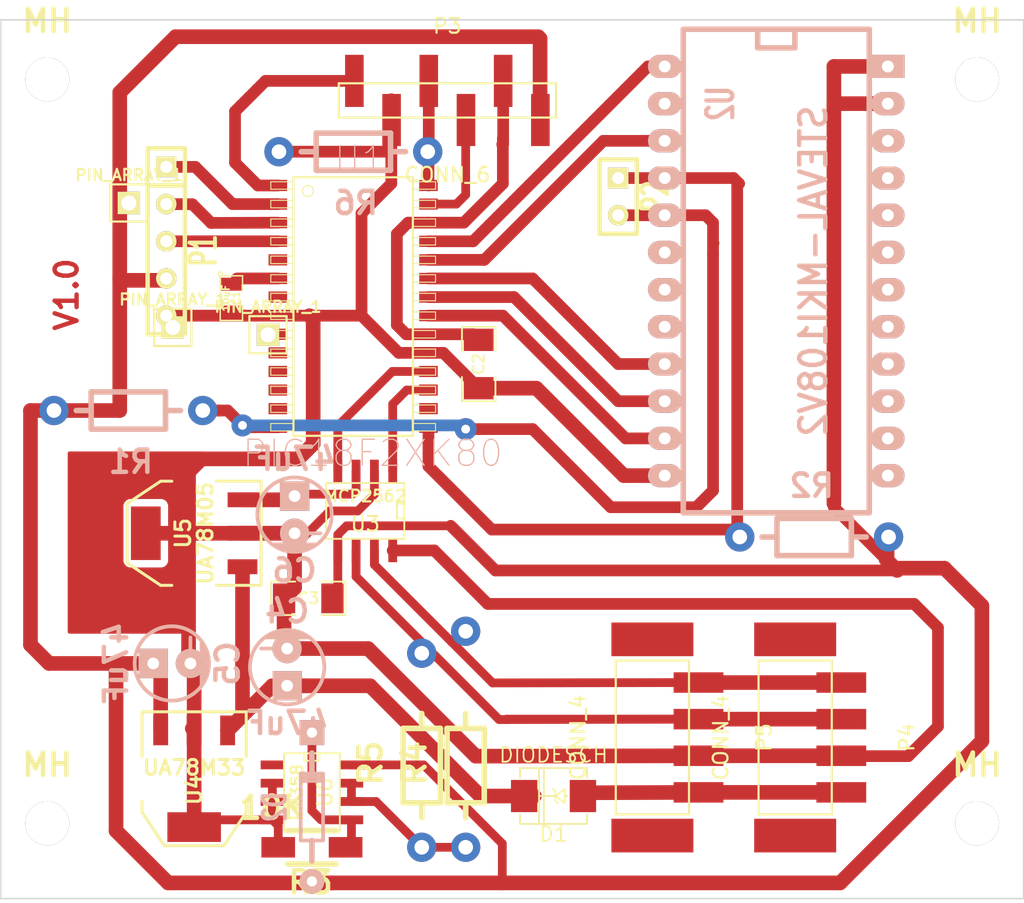
<source format=kicad_pcb>
(kicad_pcb (version 3) (host pcbnew "(2013-dec-23)-stable")

  (general
    (links 74)
    (no_connects 0)
    (area 36.480759 65.3991 106.869241 127.53766)
    (thickness 1.6)
    (drawings 6)
    (tracks 252)
    (zones 0)
    (modules 32)
    (nets 27)
  )

  (page User 148.488 210.007)
  (layers
    (15 F.Cu signal)
    (0 B.Cu signal)
    (16 B.Adhes user)
    (17 F.Adhes user)
    (18 B.Paste user)
    (19 F.Paste user)
    (20 B.SilkS user)
    (21 F.SilkS user)
    (22 B.Mask user)
    (23 F.Mask user)
    (24 Dwgs.User user)
    (25 Cmts.User user)
    (26 Eco1.User user)
    (27 Eco2.User user)
    (28 Edge.Cuts user)
  )

  (setup
    (last_trace_width 0.8)
    (user_trace_width 0.6)
    (user_trace_width 0.8)
    (user_trace_width 1)
    (user_trace_width 1.5)
    (trace_clearance 0.254)
    (zone_clearance 0.508)
    (zone_45_only yes)
    (trace_min 0.6)
    (segment_width 0.2)
    (edge_width 0.1)
    (via_size 1)
    (via_drill 0.6)
    (via_min_size 0.8)
    (via_min_drill 0.5)
    (user_via 1.5 0.6)
    (user_via 1.5 0.8)
    (user_via 2 1)
    (uvia_size 0.508)
    (uvia_drill 0.127)
    (uvias_allowed no)
    (uvia_min_size 0.508)
    (uvia_min_drill 0.127)
    (pcb_text_width 0.3)
    (pcb_text_size 1.5 1.5)
    (mod_edge_width 0.15)
    (mod_text_size 1 1)
    (mod_text_width 0.15)
    (pad_size 1.5 1.5)
    (pad_drill 0.6)
    (pad_to_mask_clearance 0)
    (aux_axis_origin 0 0)
    (visible_elements 7FFFFFFF)
    (pcbplotparams
      (layerselection 32768)
      (usegerberextensions false)
      (excludeedgelayer false)
      (linewidth 0.150000)
      (plotframeref false)
      (viasonmask false)
      (mode 1)
      (useauxorigin false)
      (hpglpennumber 1)
      (hpglpenspeed 20)
      (hpglpendiameter 15)
      (hpglpenoverlay 2)
      (psnegative false)
      (psa4output false)
      (plotreference true)
      (plotvalue true)
      (plotothertext true)
      (plotinvisibletext false)
      (padsonsilk false)
      (subtractmaskfromsilk false)
      (outputformat 2)
      (mirror false)
      (drillshape 1)
      (scaleselection 1)
      (outputdirectory /tmp))
  )

  (net 0 "")
  (net 1 +12V)
  (net 2 +3.3V)
  (net 3 +5V)
  (net 4 /12Vin)
  (net 5 /CANH)
  (net 6 /CANL)
  (net 7 /PGC)
  (net 8 /PGD)
  (net 9 /SCL)
  (net 10 /SDA)
  (net 11 /~MCLR)
  (net 12 GND)
  (net 13 N-0000014)
  (net 14 N-0000015)
  (net 15 N-0000016)
  (net 16 N-0000017)
  (net 17 N-0000019)
  (net 18 N-000002)
  (net 19 N-0000020)
  (net 20 N-0000021)
  (net 21 N-0000022)
  (net 22 N-0000023)
  (net 23 N-000003)
  (net 24 N-000004)
  (net 25 N-000005)
  (net 26 N-000006)

  (net_class Default "This is the default net class."
    (clearance 0.254)
    (trace_width 0.8)
    (via_dia 1)
    (via_drill 0.6)
    (uvia_dia 0.508)
    (uvia_drill 0.127)
    (add_net "")
    (add_net +12V)
    (add_net +3.3V)
    (add_net +5V)
    (add_net /12Vin)
    (add_net /CANH)
    (add_net /CANL)
    (add_net /PGC)
    (add_net /PGD)
    (add_net /SCL)
    (add_net /SDA)
    (add_net /~MCLR)
    (add_net GND)
    (add_net N-0000014)
    (add_net N-0000015)
    (add_net N-0000016)
    (add_net N-0000017)
    (add_net N-0000019)
    (add_net N-000002)
    (add_net N-0000020)
    (add_net N-0000021)
    (add_net N-0000022)
    (add_net N-0000023)
    (add_net N-000003)
    (add_net N-000004)
    (add_net N-000005)
    (add_net N-000006)
  )

  (module MountingHole_3mm_RevA_Date21Jun2010 (layer F.Cu) (tedit 5315BBC6) (tstamp 5308C14C)
    (at 103.425 121.368)
    (descr "Mounting hole, Befestigungsbohrung, 3mm, No Annular, Kein Restring,")
    (tags "Mounting hole, Befestigungsbohrung, 3mm, No Annular, Kein Restring,")
    (fp_text reference MH (at 0 -4.0005) (layer F.SilkS)
      (effects (font (size 1.524 1.524) (thickness 0.3048)))
    )
    (fp_text value "" (at 1.00076 5.00126) (layer F.SilkS) hide
      (effects (font (size 1.524 1.524) (thickness 0.3048)))
    )
    (fp_circle (center 0 0) (end 2.99974 0) (layer Cmts.User) (width 0.381))
    (pad 1 thru_hole circle (at 0 0) (size 2.99974 2.99974) (drill 2.99974)
      (layers)
    )
    (pad 4 thru_hole circle (at 0 0) (size 1.5 1.5) (drill 0.6)
      (layers *.Cu *.Mask F.SilkS)
    )
  )

  (module MountingHole_3mm_RevA_Date21Jun2010 (layer F.Cu) (tedit 5315BBB4) (tstamp 5308C141)
    (at 39.925 121.368)
    (descr "Mounting hole, Befestigungsbohrung, 3mm, No Annular, Kein Restring,")
    (tags "Mounting hole, Befestigungsbohrung, 3mm, No Annular, Kein Restring,")
    (fp_text reference MH (at 0 -4.0005) (layer F.SilkS)
      (effects (font (size 1.524 1.524) (thickness 0.3048)))
    )
    (fp_text value "" (at 1.00076 5.00126) (layer F.SilkS) hide
      (effects (font (size 1.524 1.524) (thickness 0.3048)))
    )
    (fp_circle (center 0 0) (end 2.99974 0) (layer Cmts.User) (width 0.381))
    (pad 1 thru_hole circle (at 0 0) (size 2.99974 2.99974) (drill 2.99974)
      (layers)
    )
    (pad 3 thru_hole circle (at 0 0) (size 1.5 1.5) (drill 0.6)
      (layers *.Cu *.Mask F.SilkS)
    )
  )

  (module MountingHole_3mm_RevA_Date21Jun2010 (layer F.Cu) (tedit 5315BBA7) (tstamp 5308C136)
    (at 39.925 70.568)
    (descr "Mounting hole, Befestigungsbohrung, 3mm, No Annular, Kein Restring,")
    (tags "Mounting hole, Befestigungsbohrung, 3mm, No Annular, Kein Restring,")
    (fp_text reference MH (at 0 -4.0005) (layer F.SilkS)
      (effects (font (size 1.524 1.524) (thickness 0.3048)))
    )
    (fp_text value "" (at 1.00076 5.00126) (layer F.SilkS) hide
      (effects (font (size 1.524 1.524) (thickness 0.3048)))
    )
    (fp_circle (center 0 0) (end 2.99974 0) (layer Cmts.User) (width 0.381))
    (pad 1 thru_hole circle (at 0 0) (size 2.99974 2.99974) (drill 2.99974)
      (layers)
    )
    (pad 2 thru_hole circle (at 0 0) (size 1.5 1.5) (drill 0.6)
      (layers *.Cu *.Mask F.SilkS)
    )
  )

  (module MountingHole_3mm_RevA_Date21Jun2010 (layer F.Cu) (tedit 5315BB89) (tstamp 5308C157)
    (at 103.425 70.568)
    (descr "Mounting hole, Befestigungsbohrung, 3mm, No Annular, Kein Restring,")
    (tags "Mounting hole, Befestigungsbohrung, 3mm, No Annular, Kein Restring,")
    (fp_text reference MH (at 0 -4.0005) (layer F.SilkS)
      (effects (font (size 1.524 1.524) (thickness 0.3048)))
    )
    (fp_text value "" (at 1.00076 5.00126) (layer F.SilkS) hide
      (effects (font (size 1.524 1.524) (thickness 0.3048)))
    )
    (fp_circle (center 0 0) (end 2.99974 0) (layer Cmts.User) (width 0.381))
    (pad 1 thru_hole circle (at 0 0) (size 2.99974 2.99974) (drill 2.99974)
      (layers)
    )
    (pad 1 thru_hole circle (at 0 0) (size 1.5 1.5) (drill 0.6)
      (layers *.Cu *.Mask F.SilkS)
    )
  )

  (module SOT223 (layer F.Cu) (tedit 200000) (tstamp 5308CF3A)
    (at 49.958 101.556 90)
    (descr "module CMS SOT223 4 pins")
    (tags "CMS SOT")
    (path /530890F1)
    (attr smd)
    (fp_text reference U5 (at 0 -0.762 90) (layer F.SilkS)
      (effects (font (size 1.016 1.016) (thickness 0.2032)))
    )
    (fp_text value UA78M05 (at 0 0.762 90) (layer F.SilkS)
      (effects (font (size 1.016 1.016) (thickness 0.2032)))
    )
    (fp_line (start -3.556 1.524) (end -3.556 4.572) (layer F.SilkS) (width 0.2032))
    (fp_line (start -3.556 4.572) (end 3.556 4.572) (layer F.SilkS) (width 0.2032))
    (fp_line (start 3.556 4.572) (end 3.556 1.524) (layer F.SilkS) (width 0.2032))
    (fp_line (start -3.556 -1.524) (end -3.556 -2.286) (layer F.SilkS) (width 0.2032))
    (fp_line (start -3.556 -2.286) (end -2.032 -4.572) (layer F.SilkS) (width 0.2032))
    (fp_line (start -2.032 -4.572) (end 2.032 -4.572) (layer F.SilkS) (width 0.2032))
    (fp_line (start 2.032 -4.572) (end 3.556 -2.286) (layer F.SilkS) (width 0.2032))
    (fp_line (start 3.556 -2.286) (end 3.556 -1.524) (layer F.SilkS) (width 0.2032))
    (pad 4 smd rect (at 0 -3.302 90) (size 3.6576 2.032)
      (layers F.Cu F.Paste F.Mask)
    )
    (pad 2 smd rect (at 0 3.302 90) (size 1.016 2.032)
      (layers F.Cu F.Paste F.Mask)
      (net 12 GND)
    )
    (pad 3 smd rect (at 2.286 3.302 90) (size 1.016 2.032)
      (layers F.Cu F.Paste F.Mask)
      (net 3 +5V)
    )
    (pad 1 smd rect (at -2.286 3.302 90) (size 1.016 2.032)
      (layers F.Cu F.Paste F.Mask)
      (net 1 +12V)
    )
    (model smd/SOT223.wrl
      (at (xyz 0 0 0))
      (scale (xyz 0.4 0.4 0.4))
      (rotate (xyz 0 0 0))
    )
  )

  (module SOT223 (layer F.Cu) (tedit 5308D496) (tstamp 5308AC4B)
    (at 49.958 118.32 180)
    (descr "module CMS SOT223 4 pins")
    (tags "CMS SOT")
    (path /530501ED)
    (attr smd)
    (fp_text reference U4 (at 0 -0.762 270) (layer F.SilkS)
      (effects (font (size 1.016 1.016) (thickness 0.2032)))
    )
    (fp_text value UA78M33 (at 0 0.762 180) (layer F.SilkS)
      (effects (font (size 1.016 1.016) (thickness 0.2032)))
    )
    (fp_line (start -3.556 1.524) (end -3.556 4.572) (layer F.SilkS) (width 0.2032))
    (fp_line (start -3.556 4.572) (end 3.556 4.572) (layer F.SilkS) (width 0.2032))
    (fp_line (start 3.556 4.572) (end 3.556 1.524) (layer F.SilkS) (width 0.2032))
    (fp_line (start -3.556 -1.524) (end -3.556 -2.286) (layer F.SilkS) (width 0.2032))
    (fp_line (start -3.556 -2.286) (end -2.032 -4.572) (layer F.SilkS) (width 0.2032))
    (fp_line (start -2.032 -4.572) (end 2.032 -4.572) (layer F.SilkS) (width 0.2032))
    (fp_line (start 2.032 -4.572) (end 3.556 -2.286) (layer F.SilkS) (width 0.2032))
    (fp_line (start 3.556 -2.286) (end 3.556 -1.524) (layer F.SilkS) (width 0.2032))
    (pad 4 smd rect (at 0 -3.302 180) (size 3.6576 2.032)
      (layers F.Cu F.Paste F.Mask)
    )
    (pad 2 smd rect (at 0 3.302 180) (size 1.016 2.032)
      (layers F.Cu F.Paste F.Mask)
      (net 12 GND)
    )
    (pad 3 smd rect (at 2.286 3.302 180) (size 1.016 2.032)
      (layers F.Cu F.Paste F.Mask)
      (net 2 +3.3V)
    )
    (pad 1 smd rect (at -2.286 3.302 180) (size 1.016 2.032)
      (layers F.Cu F.Paste F.Mask)
      (net 1 +12V)
    )
    (model smd/SOT223.wrl
      (at (xyz 0 0 0))
      (scale (xyz 0.4 0.4 0.4))
      (rotate (xyz 0 0 0))
    )
  )

  (module SOIC-8_N (layer F.Cu) (tedit 515D92CB) (tstamp 5308AC5F)
    (at 61.642 100.032 180)
    (descr "module CMS SOJ 8 pins etroit")
    (tags "CMS SOJ")
    (path /5304EBA3)
    (attr smd)
    (fp_text reference U3 (at 0 -0.889 180) (layer F.SilkS)
      (effects (font (size 1 1) (thickness 0.15)))
    )
    (fp_text value MCP2562 (at 0 1.016 180) (layer F.SilkS)
      (effects (font (size 0.8 0.8) (thickness 0.15)))
    )
    (fp_line (start -2.667 1.778) (end -2.667 1.905) (layer F.SilkS) (width 0.127))
    (fp_line (start -2.667 1.905) (end 2.667 1.905) (layer F.SilkS) (width 0.127))
    (fp_line (start 2.667 -1.905) (end -2.667 -1.905) (layer F.SilkS) (width 0.127))
    (fp_line (start -2.667 -1.905) (end -2.667 1.778) (layer F.SilkS) (width 0.127))
    (fp_line (start -2.667 -0.508) (end -2.159 -0.508) (layer F.SilkS) (width 0.127))
    (fp_line (start -2.159 -0.508) (end -2.159 0.508) (layer F.SilkS) (width 0.127))
    (fp_line (start -2.159 0.508) (end -2.667 0.508) (layer F.SilkS) (width 0.127))
    (fp_line (start 2.667 -1.905) (end 2.667 1.905) (layer F.SilkS) (width 0.127))
    (pad 8 smd rect (at -1.875 -2.7 180) (size 0.6 1.6)
      (layers F.Cu F.Paste F.Mask)
      (net 12 GND)
    )
    (pad 1 smd rect (at -1.875 2.7 180) (size 0.6 1.6)
      (layers F.Cu F.Paste F.Mask)
      (net 24 N-000004)
    )
    (pad 7 smd rect (at -0.625 -2.7 180) (size 0.6 1.6)
      (layers F.Cu F.Paste F.Mask)
      (net 5 /CANH)
    )
    (pad 6 smd rect (at 0.625 -2.7 180) (size 0.6 1.6)
      (layers F.Cu F.Paste F.Mask)
      (net 6 /CANL)
    )
    (pad 5 smd rect (at 1.875 -2.7 180) (size 0.6 1.6)
      (layers F.Cu F.Paste F.Mask)
      (net 2 +3.3V)
    )
    (pad 2 smd rect (at -0.625 2.7 180) (size 0.6 1.6)
      (layers F.Cu F.Paste F.Mask)
      (net 12 GND)
    )
    (pad 3 smd rect (at 0.625 2.7 180) (size 0.6 1.6)
      (layers F.Cu F.Paste F.Mask)
      (net 3 +5V)
    )
    (pad 4 smd rect (at 1.875 2.7 180) (size 0.6 1.6)
      (layers F.Cu F.Paste F.Mask)
      (net 25 N-000005)
    )
    (model smd/cms_so8.wrl
      (at (xyz 0 0 0))
      (scale (xyz 0.5 0.32 0.5))
      (rotate (xyz 0 0 0))
    )
  )

  (module SM1206 (layer F.Cu) (tedit 42806E24) (tstamp 5308ACA7)
    (at 57.75 106)
    (path /53050F85)
    (attr smd)
    (fp_text reference C3 (at 0 0) (layer F.SilkS)
      (effects (font (size 0.762 0.762) (thickness 0.127)))
    )
    (fp_text value 100nF (at 0 0) (layer F.SilkS) hide
      (effects (font (size 0.762 0.762) (thickness 0.127)))
    )
    (fp_line (start -2.54 -1.143) (end -2.54 1.143) (layer F.SilkS) (width 0.127))
    (fp_line (start -2.54 1.143) (end -0.889 1.143) (layer F.SilkS) (width 0.127))
    (fp_line (start 0.889 -1.143) (end 2.54 -1.143) (layer F.SilkS) (width 0.127))
    (fp_line (start 2.54 -1.143) (end 2.54 1.143) (layer F.SilkS) (width 0.127))
    (fp_line (start 2.54 1.143) (end 0.889 1.143) (layer F.SilkS) (width 0.127))
    (fp_line (start -0.889 -1.143) (end -2.54 -1.143) (layer F.SilkS) (width 0.127))
    (pad 1 smd rect (at -1.651 0) (size 1.524 2.032)
      (layers F.Cu F.Paste F.Mask)
      (net 12 GND)
    )
    (pad 2 smd rect (at 1.651 0) (size 1.524 2.032)
      (layers F.Cu F.Paste F.Mask)
      (net 2 +3.3V)
    )
    (model smd/chip_cms.wrl
      (at (xyz 0 0 0))
      (scale (xyz 0.17 0.16 0.16))
      (rotate (xyz 0 0 0))
    )
  )

  (module SM1206 (layer F.Cu) (tedit 42806E24) (tstamp 5308ACB3)
    (at 69.389 89.999 90)
    (path /53050736)
    (attr smd)
    (fp_text reference C2 (at 0 0 90) (layer F.SilkS)
      (effects (font (size 0.762 0.762) (thickness 0.127)))
    )
    (fp_text value 100nF (at 0 0 90) (layer F.SilkS) hide
      (effects (font (size 0.762 0.762) (thickness 0.127)))
    )
    (fp_line (start -2.54 -1.143) (end -2.54 1.143) (layer F.SilkS) (width 0.127))
    (fp_line (start -2.54 1.143) (end -0.889 1.143) (layer F.SilkS) (width 0.127))
    (fp_line (start 0.889 -1.143) (end 2.54 -1.143) (layer F.SilkS) (width 0.127))
    (fp_line (start 2.54 -1.143) (end 2.54 1.143) (layer F.SilkS) (width 0.127))
    (fp_line (start 2.54 1.143) (end 0.889 1.143) (layer F.SilkS) (width 0.127))
    (fp_line (start -0.889 -1.143) (end -2.54 -1.143) (layer F.SilkS) (width 0.127))
    (pad 1 smd rect (at -1.651 0 90) (size 1.524 2.032)
      (layers F.Cu F.Paste F.Mask)
      (net 12 GND)
    )
    (pad 2 smd rect (at 1.651 0 90) (size 1.524 2.032)
      (layers F.Cu F.Paste F.Mask)
      (net 23 N-000003)
    )
    (model smd/chip_cms.wrl
      (at (xyz 0 0 0))
      (scale (xyz 0.17 0.16 0.16))
      (rotate (xyz 0 0 0))
    )
  )

  (module SIL-5 (layer F.Cu) (tedit 200000) (tstamp 5308ACD9)
    (at 48.053 82.887 270)
    (descr "Connecteur 5 pins")
    (tags "CONN DEV")
    (path /5307914C)
    (fp_text reference P1 (at -0.635 -2.54 270) (layer F.SilkS)
      (effects (font (size 1.72974 1.08712) (thickness 0.3048)))
    )
    (fp_text value CONN_5 (at 0 -2.54 270) (layer F.SilkS) hide
      (effects (font (size 1.524 1.016) (thickness 0.3048)))
    )
    (fp_line (start -7.62 1.27) (end -7.62 -1.27) (layer F.SilkS) (width 0.3048))
    (fp_line (start -7.62 -1.27) (end 5.08 -1.27) (layer F.SilkS) (width 0.3048))
    (fp_line (start 5.08 -1.27) (end 5.08 1.27) (layer F.SilkS) (width 0.3048))
    (fp_line (start 5.08 1.27) (end -7.62 1.27) (layer F.SilkS) (width 0.3048))
    (fp_line (start -5.08 1.27) (end -5.08 -1.27) (layer F.SilkS) (width 0.3048))
    (pad 1 thru_hole rect (at -6.35 0 270) (size 1.397 1.397) (drill 0.8128)
      (layers *.Cu *.Mask F.SilkS)
      (net 20 N-0000021)
    )
    (pad 2 thru_hole circle (at -3.81 0 270) (size 1.397 1.397) (drill 0.8128)
      (layers *.Cu *.Mask F.SilkS)
      (net 21 N-0000022)
    )
    (pad 3 thru_hole circle (at -1.27 0 270) (size 1.397 1.397) (drill 0.8128)
      (layers *.Cu *.Mask F.SilkS)
      (net 22 N-0000023)
    )
    (pad 4 thru_hole circle (at 1.27 0 270) (size 1.397 1.397) (drill 0.8128)
      (layers *.Cu *.Mask F.SilkS)
      (net 2 +3.3V)
    )
    (pad 5 thru_hole circle (at 3.81 0 270) (size 1.397 1.397) (drill 0.8128)
      (layers *.Cu *.Mask F.SilkS)
      (net 12 GND)
    )
  )

  (module SIL-2 (layer F.Cu) (tedit 200000) (tstamp 5308ACE3)
    (at 78.914 78.569 270)
    (descr "Connecteurs 2 pins")
    (tags "CONN DEV")
    (path /53088A8C)
    (fp_text reference P2 (at 0 -2.54 270) (layer F.SilkS)
      (effects (font (size 1.72974 1.08712) (thickness 0.3048)))
    )
    (fp_text value CONN_2 (at 0 -2.54 270) (layer F.SilkS) hide
      (effects (font (size 1.524 1.016) (thickness 0.3048)))
    )
    (fp_line (start -2.54 1.27) (end -2.54 -1.27) (layer F.SilkS) (width 0.3048))
    (fp_line (start -2.54 -1.27) (end 2.54 -1.27) (layer F.SilkS) (width 0.3048))
    (fp_line (start 2.54 -1.27) (end 2.54 1.27) (layer F.SilkS) (width 0.3048))
    (fp_line (start 2.54 1.27) (end -2.54 1.27) (layer F.SilkS) (width 0.3048))
    (pad 1 thru_hole rect (at -1.27 0 270) (size 1.397 1.397) (drill 0.8128)
      (layers *.Cu *.Mask F.SilkS)
      (net 10 /SDA)
    )
    (pad 2 thru_hole circle (at 1.27 0 270) (size 1.397 1.397) (drill 0.8128)
      (layers *.Cu *.Mask F.SilkS)
      (net 9 /SCL)
    )
  )

  (module phoenix_1771114 (layer F.Cu) (tedit 53064DC2) (tstamp 5308ACF2)
    (at 81.25 115.5 90)
    (path /5304BEA5)
    (fp_text reference P5 (at 0 7.62 90) (layer F.SilkS)
      (effects (font (size 1 1) (thickness 0.15)))
    )
    (fp_text value CONN_4 (at 0 -5.08 90) (layer F.SilkS)
      (effects (font (size 1 1) (thickness 0.15)))
    )
    (fp_line (start 0 -2.5) (end -5.25 -2.5) (layer F.SilkS) (width 0.15))
    (fp_line (start -5.25 -2.5) (end -5.25 2.5) (layer F.SilkS) (width 0.15))
    (fp_line (start -5.25 2.5) (end 5.25 2.5) (layer F.SilkS) (width 0.15))
    (fp_line (start 5.25 2.5) (end 5.25 -2.5) (layer F.SilkS) (width 0.15))
    (fp_line (start 5.25 -2.5) (end 0 -2.5) (layer F.SilkS) (width 0.15))
    (pad 3 smd rect (at 1.25 3.15 90) (size 1.4 3.4)
      (layers F.Cu F.Paste F.Mask)
      (net 6 /CANL)
    )
    (pad 4 smd rect (at 3.75 3.15 90) (size 1.4 3.4)
      (layers F.Cu F.Paste F.Mask)
      (net 5 /CANH)
    )
    (pad 2 smd rect (at -1.25 3.15 90) (size 1.4 3.4)
      (layers F.Cu F.Paste F.Mask)
      (net 12 GND)
    )
    (pad 1 smd rect (at -3.75 3.15 90) (size 1.4 3.4)
      (layers F.Cu F.Paste F.Mask)
      (net 4 /12Vin)
    )
    (pad SLD smd rect (at -6.7 0 90) (size 2.3 5.6)
      (layers F.Cu F.Paste F.Mask)
    )
    (pad SLD smd rect (at 6.7 0 90) (size 2.3 5.6)
      (layers F.Cu F.Paste F.Mask)
    )
    (model ../libraries/3d/1771114.wrl
      (at (xyz 0 0 0))
      (scale (xyz 1 1 1))
      (rotate (xyz 0 0 0))
    )
  )

  (module phoenix_1771114 (layer F.Cu) (tedit 53064DC2) (tstamp 5308AD01)
    (at 91 115.5 90)
    (path /5304BEB4)
    (fp_text reference P4 (at 0 7.62 90) (layer F.SilkS)
      (effects (font (size 1 1) (thickness 0.15)))
    )
    (fp_text value CONN_4 (at 0 -5.08 90) (layer F.SilkS)
      (effects (font (size 1 1) (thickness 0.15)))
    )
    (fp_line (start 0 -2.5) (end -5.25 -2.5) (layer F.SilkS) (width 0.15))
    (fp_line (start -5.25 -2.5) (end -5.25 2.5) (layer F.SilkS) (width 0.15))
    (fp_line (start -5.25 2.5) (end 5.25 2.5) (layer F.SilkS) (width 0.15))
    (fp_line (start 5.25 2.5) (end 5.25 -2.5) (layer F.SilkS) (width 0.15))
    (fp_line (start 5.25 -2.5) (end 0 -2.5) (layer F.SilkS) (width 0.15))
    (pad 3 smd rect (at 1.25 3.15 90) (size 1.4 3.4)
      (layers F.Cu F.Paste F.Mask)
      (net 6 /CANL)
    )
    (pad 4 smd rect (at 3.75 3.15 90) (size 1.4 3.4)
      (layers F.Cu F.Paste F.Mask)
      (net 5 /CANH)
    )
    (pad 2 smd rect (at -1.25 3.15 90) (size 1.4 3.4)
      (layers F.Cu F.Paste F.Mask)
      (net 12 GND)
    )
    (pad 1 smd rect (at -3.75 3.15 90) (size 1.4 3.4)
      (layers F.Cu F.Paste F.Mask)
      (net 4 /12Vin)
    )
    (pad SLD smd rect (at -6.7 0 90) (size 2.3 5.6)
      (layers F.Cu F.Paste F.Mask)
    )
    (pad SLD smd rect (at 6.7 0 90) (size 2.3 5.6)
      (layers F.Cu F.Paste F.Mask)
    )
    (model ../libraries/3d/1771114.wrl
      (at (xyz 0 0 0))
      (scale (xyz 1 1 1))
      (rotate (xyz 0 0 0))
    )
  )

  (module microchip-pic18fxx5x-SO-28W (layer F.Cu) (tedit 200000) (tstamp 5308AD96)
    (at 60.88 85.427 270)
    (descr "SMALL OUTLINE WIDE PLASTIC GULL WING")
    (tags "SMALL OUTLINE WIDE PLASTIC GULL WING")
    (path /530500AA)
    (attr smd)
    (fp_text reference U1 (at -9.398 -0.381 360) (layer B.SilkS)
      (effects (font (size 1.778 1.778) (thickness 0.0889)))
    )
    (fp_text value PIC18F2XK80 (at 10.668 -1.27 360) (layer B.SilkS)
      (effects (font (size 1.778 1.778) (thickness 0.0889)))
    )
    (fp_line (start -7.874 5.6896) (end -7.366 5.6896) (layer F.SilkS) (width 0.06604))
    (fp_line (start -7.366 5.6896) (end -7.366 4.1656) (layer F.SilkS) (width 0.06604))
    (fp_line (start -7.874 4.1656) (end -7.366 4.1656) (layer F.SilkS) (width 0.06604))
    (fp_line (start -7.874 5.6896) (end -7.874 4.1656) (layer F.SilkS) (width 0.06604))
    (fp_line (start -6.604 5.6896) (end -6.096 5.6896) (layer F.SilkS) (width 0.06604))
    (fp_line (start -6.096 5.6896) (end -6.096 4.1656) (layer F.SilkS) (width 0.06604))
    (fp_line (start -6.604 4.1656) (end -6.096 4.1656) (layer F.SilkS) (width 0.06604))
    (fp_line (start -6.604 5.6896) (end -6.604 4.1656) (layer F.SilkS) (width 0.06604))
    (fp_line (start -5.334 5.6896) (end -4.826 5.6896) (layer F.SilkS) (width 0.06604))
    (fp_line (start -4.826 5.6896) (end -4.826 4.1656) (layer F.SilkS) (width 0.06604))
    (fp_line (start -5.334 4.1656) (end -4.826 4.1656) (layer F.SilkS) (width 0.06604))
    (fp_line (start -5.334 5.6896) (end -5.334 4.1656) (layer F.SilkS) (width 0.06604))
    (fp_line (start -4.064 5.6896) (end -3.556 5.6896) (layer F.SilkS) (width 0.06604))
    (fp_line (start -3.556 5.6896) (end -3.556 4.1656) (layer F.SilkS) (width 0.06604))
    (fp_line (start -4.064 4.1656) (end -3.556 4.1656) (layer F.SilkS) (width 0.06604))
    (fp_line (start -4.064 5.6896) (end -4.064 4.1656) (layer F.SilkS) (width 0.06604))
    (fp_line (start -2.794 5.6896) (end -2.286 5.6896) (layer F.SilkS) (width 0.06604))
    (fp_line (start -2.286 5.6896) (end -2.286 4.1656) (layer F.SilkS) (width 0.06604))
    (fp_line (start -2.794 4.1656) (end -2.286 4.1656) (layer F.SilkS) (width 0.06604))
    (fp_line (start -2.794 5.6896) (end -2.794 4.1656) (layer F.SilkS) (width 0.06604))
    (fp_line (start -1.524 5.6896) (end -1.016 5.6896) (layer F.SilkS) (width 0.06604))
    (fp_line (start -1.016 5.6896) (end -1.016 4.1656) (layer F.SilkS) (width 0.06604))
    (fp_line (start -1.524 4.1656) (end -1.016 4.1656) (layer F.SilkS) (width 0.06604))
    (fp_line (start -1.524 5.6896) (end -1.524 4.1656) (layer F.SilkS) (width 0.06604))
    (fp_line (start -0.254 5.6896) (end 0.254 5.6896) (layer F.SilkS) (width 0.06604))
    (fp_line (start 0.254 5.6896) (end 0.254 4.1656) (layer F.SilkS) (width 0.06604))
    (fp_line (start -0.254 4.1656) (end 0.254 4.1656) (layer F.SilkS) (width 0.06604))
    (fp_line (start -0.254 5.6896) (end -0.254 4.1656) (layer F.SilkS) (width 0.06604))
    (fp_line (start 1.016 5.6896) (end 1.524 5.6896) (layer F.SilkS) (width 0.06604))
    (fp_line (start 1.524 5.6896) (end 1.524 4.1656) (layer F.SilkS) (width 0.06604))
    (fp_line (start 1.016 4.1656) (end 1.524 4.1656) (layer F.SilkS) (width 0.06604))
    (fp_line (start 1.016 5.6896) (end 1.016 4.1656) (layer F.SilkS) (width 0.06604))
    (fp_line (start 2.286 5.6896) (end 2.794 5.6896) (layer F.SilkS) (width 0.06604))
    (fp_line (start 2.794 5.6896) (end 2.794 4.1656) (layer F.SilkS) (width 0.06604))
    (fp_line (start 2.286 4.1656) (end 2.794 4.1656) (layer F.SilkS) (width 0.06604))
    (fp_line (start 2.286 5.6896) (end 2.286 4.1656) (layer F.SilkS) (width 0.06604))
    (fp_line (start 3.556 5.6896) (end 4.064 5.6896) (layer F.SilkS) (width 0.06604))
    (fp_line (start 4.064 5.6896) (end 4.064 4.1656) (layer F.SilkS) (width 0.06604))
    (fp_line (start 3.556 4.1656) (end 4.064 4.1656) (layer F.SilkS) (width 0.06604))
    (fp_line (start 3.556 5.6896) (end 3.556 4.1656) (layer F.SilkS) (width 0.06604))
    (fp_line (start 4.826 5.6896) (end 5.334 5.6896) (layer F.SilkS) (width 0.06604))
    (fp_line (start 5.334 5.6896) (end 5.334 4.1656) (layer F.SilkS) (width 0.06604))
    (fp_line (start 4.826 4.1656) (end 5.334 4.1656) (layer F.SilkS) (width 0.06604))
    (fp_line (start 4.826 5.6896) (end 4.826 4.1656) (layer F.SilkS) (width 0.06604))
    (fp_line (start 6.096 5.6896) (end 6.604 5.6896) (layer F.SilkS) (width 0.06604))
    (fp_line (start 6.604 5.6896) (end 6.604 4.1656) (layer F.SilkS) (width 0.06604))
    (fp_line (start 6.096 4.1656) (end 6.604 4.1656) (layer F.SilkS) (width 0.06604))
    (fp_line (start 6.096 5.6896) (end 6.096 4.1656) (layer F.SilkS) (width 0.06604))
    (fp_line (start 7.366 5.6896) (end 7.874 5.6896) (layer F.SilkS) (width 0.06604))
    (fp_line (start 7.874 5.6896) (end 7.874 4.1656) (layer F.SilkS) (width 0.06604))
    (fp_line (start 7.366 4.1656) (end 7.874 4.1656) (layer F.SilkS) (width 0.06604))
    (fp_line (start 7.366 5.6896) (end 7.366 4.1656) (layer F.SilkS) (width 0.06604))
    (fp_line (start 8.636 5.6896) (end 9.144 5.6896) (layer F.SilkS) (width 0.06604))
    (fp_line (start 9.144 5.6896) (end 9.144 4.1656) (layer F.SilkS) (width 0.06604))
    (fp_line (start 8.636 4.1656) (end 9.144 4.1656) (layer F.SilkS) (width 0.06604))
    (fp_line (start 8.636 5.6896) (end 8.636 4.1656) (layer F.SilkS) (width 0.06604))
    (fp_line (start 8.636 -4.0386) (end 9.144 -4.0386) (layer F.SilkS) (width 0.06604))
    (fp_line (start 9.144 -4.0386) (end 9.144 -5.5626) (layer F.SilkS) (width 0.06604))
    (fp_line (start 8.636 -5.5626) (end 9.144 -5.5626) (layer F.SilkS) (width 0.06604))
    (fp_line (start 8.636 -4.0386) (end 8.636 -5.5626) (layer F.SilkS) (width 0.06604))
    (fp_line (start 7.366 -4.0386) (end 7.874 -4.0386) (layer F.SilkS) (width 0.06604))
    (fp_line (start 7.874 -4.0386) (end 7.874 -5.5626) (layer F.SilkS) (width 0.06604))
    (fp_line (start 7.366 -5.5626) (end 7.874 -5.5626) (layer F.SilkS) (width 0.06604))
    (fp_line (start 7.366 -4.0386) (end 7.366 -5.5626) (layer F.SilkS) (width 0.06604))
    (fp_line (start 6.096 -4.0386) (end 6.604 -4.0386) (layer F.SilkS) (width 0.06604))
    (fp_line (start 6.604 -4.0386) (end 6.604 -5.5626) (layer F.SilkS) (width 0.06604))
    (fp_line (start 6.096 -5.5626) (end 6.604 -5.5626) (layer F.SilkS) (width 0.06604))
    (fp_line (start 6.096 -4.0386) (end 6.096 -5.5626) (layer F.SilkS) (width 0.06604))
    (fp_line (start 4.826 -4.0386) (end 5.334 -4.0386) (layer F.SilkS) (width 0.06604))
    (fp_line (start 5.334 -4.0386) (end 5.334 -5.5626) (layer F.SilkS) (width 0.06604))
    (fp_line (start 4.826 -5.5626) (end 5.334 -5.5626) (layer F.SilkS) (width 0.06604))
    (fp_line (start 4.826 -4.0386) (end 4.826 -5.5626) (layer F.SilkS) (width 0.06604))
    (fp_line (start 3.556 -4.0386) (end 4.064 -4.0386) (layer F.SilkS) (width 0.06604))
    (fp_line (start 4.064 -4.0386) (end 4.064 -5.5626) (layer F.SilkS) (width 0.06604))
    (fp_line (start 3.556 -5.5626) (end 4.064 -5.5626) (layer F.SilkS) (width 0.06604))
    (fp_line (start 3.556 -4.0386) (end 3.556 -5.5626) (layer F.SilkS) (width 0.06604))
    (fp_line (start 2.286 -4.0386) (end 2.794 -4.0386) (layer F.SilkS) (width 0.06604))
    (fp_line (start 2.794 -4.0386) (end 2.794 -5.5626) (layer F.SilkS) (width 0.06604))
    (fp_line (start 2.286 -5.5626) (end 2.794 -5.5626) (layer F.SilkS) (width 0.06604))
    (fp_line (start 2.286 -4.0386) (end 2.286 -5.5626) (layer F.SilkS) (width 0.06604))
    (fp_line (start 1.016 -4.0386) (end 1.524 -4.0386) (layer F.SilkS) (width 0.06604))
    (fp_line (start 1.524 -4.0386) (end 1.524 -5.5626) (layer F.SilkS) (width 0.06604))
    (fp_line (start 1.016 -5.5626) (end 1.524 -5.5626) (layer F.SilkS) (width 0.06604))
    (fp_line (start 1.016 -4.0386) (end 1.016 -5.5626) (layer F.SilkS) (width 0.06604))
    (fp_line (start -0.254 -4.0386) (end 0.254 -4.0386) (layer F.SilkS) (width 0.06604))
    (fp_line (start 0.254 -4.0386) (end 0.254 -5.5626) (layer F.SilkS) (width 0.06604))
    (fp_line (start -0.254 -5.5626) (end 0.254 -5.5626) (layer F.SilkS) (width 0.06604))
    (fp_line (start -0.254 -4.0386) (end -0.254 -5.5626) (layer F.SilkS) (width 0.06604))
    (fp_line (start -1.524 -4.0386) (end -1.016 -4.0386) (layer F.SilkS) (width 0.06604))
    (fp_line (start -1.016 -4.0386) (end -1.016 -5.5626) (layer F.SilkS) (width 0.06604))
    (fp_line (start -1.524 -5.5626) (end -1.016 -5.5626) (layer F.SilkS) (width 0.06604))
    (fp_line (start -1.524 -4.0386) (end -1.524 -5.5626) (layer F.SilkS) (width 0.06604))
    (fp_line (start -2.794 -4.0386) (end -2.286 -4.0386) (layer F.SilkS) (width 0.06604))
    (fp_line (start -2.286 -4.0386) (end -2.286 -5.5626) (layer F.SilkS) (width 0.06604))
    (fp_line (start -2.794 -5.5626) (end -2.286 -5.5626) (layer F.SilkS) (width 0.06604))
    (fp_line (start -2.794 -4.0386) (end -2.794 -5.5626) (layer F.SilkS) (width 0.06604))
    (fp_line (start -4.064 -4.0386) (end -3.556 -4.0386) (layer F.SilkS) (width 0.06604))
    (fp_line (start -3.556 -4.0386) (end -3.556 -5.5626) (layer F.SilkS) (width 0.06604))
    (fp_line (start -4.064 -5.5626) (end -3.556 -5.5626) (layer F.SilkS) (width 0.06604))
    (fp_line (start -4.064 -4.0386) (end -4.064 -5.5626) (layer F.SilkS) (width 0.06604))
    (fp_line (start -5.334 -4.0386) (end -4.826 -4.0386) (layer F.SilkS) (width 0.06604))
    (fp_line (start -4.826 -4.0386) (end -4.826 -5.5626) (layer F.SilkS) (width 0.06604))
    (fp_line (start -5.334 -5.5626) (end -4.826 -5.5626) (layer F.SilkS) (width 0.06604))
    (fp_line (start -5.334 -4.0386) (end -5.334 -5.5626) (layer F.SilkS) (width 0.06604))
    (fp_line (start -6.604 -4.0386) (end -6.096 -4.0386) (layer F.SilkS) (width 0.06604))
    (fp_line (start -6.096 -4.0386) (end -6.096 -5.5626) (layer F.SilkS) (width 0.06604))
    (fp_line (start -6.604 -5.5626) (end -6.096 -5.5626) (layer F.SilkS) (width 0.06604))
    (fp_line (start -6.604 -4.0386) (end -6.604 -5.5626) (layer F.SilkS) (width 0.06604))
    (fp_line (start -7.874 -4.0386) (end -7.366 -4.0386) (layer F.SilkS) (width 0.06604))
    (fp_line (start -7.366 -4.0386) (end -7.366 -5.5626) (layer F.SilkS) (width 0.06604))
    (fp_line (start -7.874 -5.5626) (end -7.366 -5.5626) (layer F.SilkS) (width 0.06604))
    (fp_line (start -7.874 -4.0386) (end -7.874 -5.5626) (layer F.SilkS) (width 0.06604))
    (fp_line (start -8.1788 4.1402) (end 9.4742 4.1402) (layer F.SilkS) (width 0.1524))
    (fp_line (start 9.4742 4.1402) (end 9.4742 -4.0132) (layer F.SilkS) (width 0.1524))
    (fp_line (start 9.4742 -4.0132) (end -8.1788 -4.0132) (layer F.SilkS) (width 0.1524))
    (fp_line (start -8.1788 -4.0132) (end -8.1788 4.1402) (layer F.SilkS) (width 0.1524))
    (fp_circle (center -7.23646 3.1496) (end -7.50316 3.4163) (layer F.SilkS) (width 0.0762))
    (pad 1 smd rect (at -7.62 5.207 270) (size 0.762 1.27)
      (layers F.Cu F.Paste F.Mask)
      (net 11 /~MCLR)
    )
    (pad 2 smd rect (at -6.35 5.207 270) (size 0.762 1.27)
      (layers F.Cu F.Paste F.Mask)
      (net 20 N-0000021)
    )
    (pad 3 smd rect (at -5.08 5.207 270) (size 0.762 1.27)
      (layers F.Cu F.Paste F.Mask)
      (net 21 N-0000022)
    )
    (pad 4 smd rect (at -3.81 5.207 270) (size 0.762 1.27)
      (layers F.Cu F.Paste F.Mask)
      (net 22 N-0000023)
    )
    (pad 5 smd rect (at -2.54 5.207 270) (size 0.762 1.27)
      (layers F.Cu F.Paste F.Mask)
    )
    (pad 6 smd rect (at -1.27 5.207 270) (size 0.762 1.27)
      (layers F.Cu F.Paste F.Mask)
      (net 18 N-000002)
    )
    (pad 7 smd rect (at 0 5.207 270) (size 0.762 1.27)
      (layers F.Cu F.Paste F.Mask)
    )
    (pad 8 smd rect (at 1.27 5.207 270) (size 0.762 1.27)
      (layers F.Cu F.Paste F.Mask)
      (net 12 GND)
    )
    (pad 9 smd rect (at 2.54 5.207 270) (size 0.762 1.27)
      (layers F.Cu F.Paste F.Mask)
    )
    (pad 10 smd rect (at 3.81 5.207 270) (size 0.762 1.27)
      (layers F.Cu F.Paste F.Mask)
    )
    (pad 11 smd rect (at 5.08 5.207 270) (size 0.762 1.27)
      (layers F.Cu F.Paste F.Mask)
    )
    (pad 12 smd rect (at 6.35 5.207 270) (size 0.762 1.27)
      (layers F.Cu F.Paste F.Mask)
    )
    (pad 13 smd rect (at 7.62 5.207 270) (size 0.762 1.27)
      (layers F.Cu F.Paste F.Mask)
    )
    (pad 14 smd rect (at 8.89 5.207 270) (size 0.762 1.27)
      (layers F.Cu F.Paste F.Mask)
      (net 9 /SCL)
    )
    (pad 15 smd rect (at 8.89 -5.08 270) (size 0.762 1.27)
      (layers F.Cu F.Paste F.Mask)
      (net 10 /SDA)
    )
    (pad 16 smd rect (at 7.62 -5.08 270) (size 0.762 1.27)
      (layers F.Cu F.Paste F.Mask)
    )
    (pad 17 smd rect (at 6.35 -5.08 270) (size 0.762 1.27)
      (layers F.Cu F.Paste F.Mask)
      (net 24 N-000004)
    )
    (pad 18 smd rect (at 5.08 -5.08 270) (size 0.762 1.27)
      (layers F.Cu F.Paste F.Mask)
      (net 25 N-000005)
    )
    (pad 19 smd rect (at 3.81 -5.08 270) (size 0.762 1.27)
      (layers F.Cu F.Paste F.Mask)
      (net 12 GND)
    )
    (pad 20 smd rect (at 2.54 -5.08 270) (size 0.762 1.27)
      (layers F.Cu F.Paste F.Mask)
      (net 23 N-000003)
    )
    (pad 21 smd rect (at 1.27 -5.08 270) (size 0.762 1.27)
      (layers F.Cu F.Paste F.Mask)
      (net 16 N-0000017)
    )
    (pad 22 smd rect (at 0 -5.08 270) (size 0.762 1.27)
      (layers F.Cu F.Paste F.Mask)
      (net 15 N-0000016)
    )
    (pad 23 smd rect (at -1.27 -5.08 270) (size 0.762 1.27)
      (layers F.Cu F.Paste F.Mask)
      (net 14 N-0000015)
    )
    (pad 24 smd rect (at -2.54 -5.08 270) (size 0.762 1.27)
      (layers F.Cu F.Paste F.Mask)
      (net 19 N-0000020)
    )
    (pad 25 smd rect (at -3.81 -5.08 270) (size 0.762 1.27)
      (layers F.Cu F.Paste F.Mask)
      (net 17 N-0000019)
    )
    (pad 26 smd rect (at -5.08 -5.08 270) (size 0.762 1.27)
      (layers F.Cu F.Paste F.Mask)
      (net 23 N-000003)
    )
    (pad 27 smd rect (at -6.35 -5.08 270) (size 0.762 1.27)
      (layers F.Cu F.Paste F.Mask)
      (net 7 /PGC)
    )
    (pad 28 smd rect (at -7.62 -5.08 270) (size 0.762 1.27)
      (layers F.Cu F.Paste F.Mask)
      (net 8 /PGD)
    )
  )

  (module DIP-24__600_ELL (layer B.Cu) (tedit 200000) (tstamp 5308B770)
    (at 89.709 83.649 270)
    (descr "24 pins DIL package, elliptical pads")
    (tags DIL)
    (path /53087EF8)
    (fp_text reference U2 (at -11.43 3.81 270) (layer B.SilkS)
      (effects (font (size 1.778 1.143) (thickness 0.3048)) (justify mirror))
    )
    (fp_text value STEVAL-MKI108V2 (at 0 -2.54 270) (layer B.SilkS)
      (effects (font (size 1.778 1.651) (thickness 0.3048)) (justify mirror))
    )
    (fp_line (start -16.51 1.27) (end -15.24 1.27) (layer B.SilkS) (width 0.381))
    (fp_line (start -15.24 1.27) (end -15.24 -1.27) (layer B.SilkS) (width 0.381))
    (fp_line (start -15.24 -1.27) (end -16.51 -1.27) (layer B.SilkS) (width 0.381))
    (fp_line (start -16.51 6.35) (end 16.51 6.35) (layer B.SilkS) (width 0.381))
    (fp_line (start 16.51 6.35) (end 16.51 -6.35) (layer B.SilkS) (width 0.381))
    (fp_line (start 16.51 -6.35) (end -16.51 -6.35) (layer B.SilkS) (width 0.381))
    (fp_line (start -16.51 -6.35) (end -16.51 6.35) (layer B.SilkS) (width 0.381))
    (pad 1 thru_hole rect (at -13.97 -7.62 270) (size 1.5748 2.286) (drill 0.8128)
      (layers *.Cu *.Mask B.SilkS)
      (net 2 +3.3V)
    )
    (pad 2 thru_hole oval (at -11.43 -7.62 270) (size 1.5748 2.286) (drill 0.8128)
      (layers *.Cu *.Mask B.SilkS)
      (net 2 +3.3V)
    )
    (pad 3 thru_hole oval (at -8.89 -7.62 270) (size 1.5748 2.286) (drill 0.8128)
      (layers *.Cu *.Mask B.SilkS)
    )
    (pad 4 thru_hole oval (at -6.35 -7.62 270) (size 1.5748 2.286) (drill 0.8128)
      (layers *.Cu *.Mask B.SilkS)
    )
    (pad 5 thru_hole oval (at -3.81 -7.62 270) (size 1.5748 2.286) (drill 0.8128)
      (layers *.Cu *.Mask B.SilkS)
    )
    (pad 6 thru_hole oval (at -1.27 -7.62 270) (size 1.5748 2.286) (drill 0.8128)
      (layers *.Cu *.Mask B.SilkS)
    )
    (pad 7 thru_hole oval (at 1.27 -7.62 270) (size 1.5748 2.286) (drill 0.8128)
      (layers *.Cu *.Mask B.SilkS)
    )
    (pad 8 thru_hole oval (at 3.81 -7.62 270) (size 1.5748 2.286) (drill 0.8128)
      (layers *.Cu *.Mask B.SilkS)
    )
    (pad 9 thru_hole oval (at 6.35 -7.62 270) (size 1.5748 2.286) (drill 0.8128)
      (layers *.Cu *.Mask B.SilkS)
    )
    (pad 10 thru_hole oval (at 8.89 -7.62 270) (size 1.5748 2.286) (drill 0.8128)
      (layers *.Cu *.Mask B.SilkS)
    )
    (pad 11 thru_hole oval (at 11.43 -7.62 270) (size 1.5748 2.286) (drill 0.8128)
      (layers *.Cu *.Mask B.SilkS)
    )
    (pad 12 thru_hole oval (at 13.97 -7.62 270) (size 1.5748 2.286) (drill 0.8128)
      (layers *.Cu *.Mask B.SilkS)
    )
    (pad 13 thru_hole oval (at 13.97 7.62 270) (size 1.5748 2.286) (drill 0.8128)
      (layers *.Cu *.Mask B.SilkS)
      (net 12 GND)
    )
    (pad 14 thru_hole oval (at 11.43 7.62 270) (size 1.5748 2.286) (drill 0.8128)
      (layers *.Cu *.Mask B.SilkS)
      (net 16 N-0000017)
    )
    (pad 15 thru_hole oval (at 8.89 7.62 270) (size 1.5748 2.286) (drill 0.8128)
      (layers *.Cu *.Mask B.SilkS)
      (net 15 N-0000016)
    )
    (pad 16 thru_hole oval (at 6.35 7.62 270) (size 1.5748 2.286) (drill 0.8128)
      (layers *.Cu *.Mask B.SilkS)
      (net 14 N-0000015)
    )
    (pad 17 thru_hole oval (at 3.81 7.62 270) (size 1.5748 2.286) (drill 0.8128)
      (layers *.Cu *.Mask B.SilkS)
    )
    (pad 18 thru_hole oval (at 1.27 7.62 270) (size 1.5748 2.286) (drill 0.8128)
      (layers *.Cu *.Mask B.SilkS)
    )
    (pad 19 thru_hole oval (at -1.27 7.62 270) (size 1.5748 2.286) (drill 0.8128)
      (layers *.Cu *.Mask B.SilkS)
    )
    (pad 20 thru_hole oval (at -3.81 7.62 270) (size 1.5748 2.286) (drill 0.8128)
      (layers *.Cu *.Mask B.SilkS)
      (net 9 /SCL)
    )
    (pad 21 thru_hole oval (at -6.35 7.62 270) (size 1.5748 2.286) (drill 0.8128)
      (layers *.Cu *.Mask B.SilkS)
      (net 10 /SDA)
    )
    (pad 22 thru_hole oval (at -8.89 7.62 270) (size 1.5748 2.286) (drill 0.8128)
      (layers *.Cu *.Mask B.SilkS)
      (net 19 N-0000020)
    )
    (pad 23 thru_hole oval (at -11.43 7.62 270) (size 1.5748 2.286) (drill 0.8128)
      (layers *.Cu *.Mask B.SilkS)
    )
    (pad 24 thru_hole oval (at -13.97 7.62 270) (size 1.5748 2.286) (drill 0.8128)
      (layers *.Cu *.Mask B.SilkS)
      (net 17 N-0000019)
    )
    (model dil/dil_24-w600.wrl
      (at (xyz 0 0 0))
      (scale (xyz 1 1 1))
      (rotate (xyz 0 0 0))
    )
  )

  (module "DO-214AA(SMB)" (layer F.Cu) (tedit 50924A37) (tstamp 5308BA22)
    (at 74.5 119.5 180)
    (descr "DO-214AA (SMB)  PACKAGE.")
    (tags "DO-214AA SMB")
    (path /5308B833)
    (attr smd)
    (fp_text reference D1 (at 0 -2.60096 180) (layer F.SilkS)
      (effects (font (size 1.00076 1.00076) (thickness 0.11938)))
    )
    (fp_text value DIODESCH (at 0 2.79908 180) (layer F.SilkS)
      (effects (font (size 1.00076 1.00076) (thickness 0.11938)))
    )
    (fp_line (start -0.762 0) (end -0.9652 0) (layer F.SilkS) (width 0.127))
    (fp_line (start -2.286 -1.905) (end 2.286 -1.905) (layer F.SilkS) (width 0.127))
    (fp_line (start 2.286 -1.905) (end 2.286 -1.27) (layer F.SilkS) (width 0.127))
    (fp_line (start 0.6604 1.905) (end 0.6604 -1.905) (layer F.SilkS) (width 0.127))
    (fp_line (start 0.9906 1.905) (end 0.9906 -1.905) (layer F.SilkS) (width 0.127))
    (fp_line (start -2.286 1.27) (end -2.286 1.905) (layer F.SilkS) (width 0.127))
    (fp_line (start -2.286 1.905) (end 2.286 1.905) (layer F.SilkS) (width 0.127))
    (fp_line (start 2.286 1.905) (end 2.286 1.27) (layer F.SilkS) (width 0.127))
    (fp_line (start -2.286 -1.27) (end -2.286 -1.905) (layer F.SilkS) (width 0.127))
    (fp_line (start -0.127 0) (end -0.762 -0.47498) (layer F.SilkS) (width 0.127))
    (fp_line (start -0.762 -0.47498) (end -0.762 0) (layer F.SilkS) (width 0.127))
    (fp_line (start -0.762 0) (end -0.762 0.47498) (layer F.SilkS) (width 0.127))
    (fp_line (start -0.762 0.47498) (end -0.127 0) (layer F.SilkS) (width 0.127))
    (fp_line (start -0.127 0) (end -0.127 -0.3175) (layer F.SilkS) (width 0.127))
    (fp_line (start -0.127 -0.3175) (end -0.28448 -0.47498) (layer F.SilkS) (width 0.127))
    (fp_line (start -0.127 0) (end -0.127 0.3175) (layer F.SilkS) (width 0.127))
    (fp_line (start -0.127 0.3175) (end 0.03048 0.47498) (layer F.SilkS) (width 0.127))
    (fp_line (start -0.127 0) (end 0.98298 0) (layer F.SilkS) (width 0.127))
    (pad 1 smd rect (at -2.0066 0 180) (size 1.80086 2.19964)
      (layers F.Cu F.Paste F.Mask)
      (net 4 /12Vin)
    )
    (pad 2 smd rect (at 2.0066 0 180) (size 1.80086 2.19964)
      (layers F.Cu F.Paste F.Mask)
      (net 1 +12V)
    )
    (model smd/do214.wrl
      (at (xyz 0 0 0))
      (scale (xyz 1 1 1))
      (rotate (xyz 0 0 0))
    )
  )

  (module Resistor_Horizontal_RM10mm_22Apr2011 (layer B.Cu) (tedit 4DB18A55) (tstamp 530E3E34)
    (at 45.386 93.174)
    (descr "Resistor, Axial,  RM 10mm, 1/3W,")
    (tags "Resistor, Axial, RM 10mm, 1/3W,")
    (path /530882AB)
    (fp_text reference R1 (at 0.24892 3.50012) (layer B.SilkS)
      (effects (font (size 1.524 1.524) (thickness 0.3048)) (justify mirror))
    )
    (fp_text value 10K (at 3.81 -3.81) (layer B.SilkS) hide
      (effects (font (size 1.50114 1.50114) (thickness 0.20066)) (justify mirror))
    )
    (fp_line (start -2.46126 0) (end -3.47726 0) (layer B.SilkS) (width 0.381))
    (fp_line (start 2.61874 0) (end 3.63474 0) (layer B.SilkS) (width 0.381))
    (fp_line (start -2.46126 1.27) (end 2.61874 1.27) (layer B.SilkS) (width 0.381))
    (fp_line (start 2.61874 1.27) (end 2.61874 -1.27) (layer B.SilkS) (width 0.381))
    (fp_line (start 2.61874 -1.27) (end -2.46126 -1.27) (layer B.SilkS) (width 0.381))
    (fp_line (start -2.46126 -1.27) (end -2.46126 1.27) (layer B.SilkS) (width 0.381))
    (pad 1 thru_hole circle (at -5.00126 0) (size 1.99898 1.99898) (drill 1.00076)
      (layers *.Cu)
      (net 2 +3.3V)
    )
    (pad 2 thru_hole circle (at 5.15874 0) (size 1.99898 1.99898) (drill 1.00076)
      (layers *.Cu)
      (net 9 /SCL)
    )
  )

  (module Resistor_Horizontal_RM10mm_22Apr2011 (layer B.Cu) (tedit 4DB18A55) (tstamp 530E3E40)
    (at 92.376 101.81 180)
    (descr "Resistor, Axial,  RM 10mm, 1/3W,")
    (tags "Resistor, Axial, RM 10mm, 1/3W,")
    (path /530882B8)
    (fp_text reference R2 (at 0.24892 3.50012 180) (layer B.SilkS)
      (effects (font (size 1.524 1.524) (thickness 0.3048)) (justify mirror))
    )
    (fp_text value 10K (at 3.81 -3.81 180) (layer B.SilkS) hide
      (effects (font (size 1.50114 1.50114) (thickness 0.20066)) (justify mirror))
    )
    (fp_line (start -2.46126 0) (end -3.47726 0) (layer B.SilkS) (width 0.381))
    (fp_line (start 2.61874 0) (end 3.63474 0) (layer B.SilkS) (width 0.381))
    (fp_line (start -2.46126 1.27) (end 2.61874 1.27) (layer B.SilkS) (width 0.381))
    (fp_line (start 2.61874 1.27) (end 2.61874 -1.27) (layer B.SilkS) (width 0.381))
    (fp_line (start 2.61874 -1.27) (end -2.46126 -1.27) (layer B.SilkS) (width 0.381))
    (fp_line (start -2.46126 -1.27) (end -2.46126 1.27) (layer B.SilkS) (width 0.381))
    (pad 1 thru_hole circle (at -5.00126 0 180) (size 1.99898 1.99898) (drill 1.00076)
      (layers *.Cu)
      (net 2 +3.3V)
    )
    (pad 2 thru_hole circle (at 5.15874 0 180) (size 1.99898 1.99898) (drill 1.00076)
      (layers *.Cu)
      (net 10 /SDA)
    )
  )

  (module CP_5x6mm (layer B.Cu) (tedit 4B90D681) (tstamp 530F4A6A)
    (at 56.308 110.7 180)
    (descr "Capacitor, pol, cyl 5x6mm")
    (path /53061E74)
    (fp_text reference C4 (at 0 3.81 180) (layer B.SilkS)
      (effects (font (size 1.524 1.524) (thickness 0.3048)) (justify mirror))
    )
    (fp_text value 47uF (at 0 -3.81 180) (layer B.SilkS)
      (effects (font (size 1.524 1.524) (thickness 0.3048)) (justify mirror))
    )
    (fp_line (start 0.889 1.27) (end 1.778 1.27) (layer B.SilkS) (width 0.254))
    (fp_line (start 1.016 2.286) (end -1.016 2.286) (layer B.SilkS) (width 0.254))
    (fp_line (start -1.016 2.286) (end -1.016 2.159) (layer B.SilkS) (width 0.254))
    (fp_line (start -1.016 2.159) (end 1.016 2.159) (layer B.SilkS) (width 0.254))
    (fp_line (start -1.524 2.032) (end 1.524 2.032) (layer B.SilkS) (width 0.254))
    (fp_circle (center 0 0) (end -2.54 0) (layer B.SilkS) (width 0.254))
    (pad 1 thru_hole rect (at 0 -1.27 180) (size 1.99898 1.99898) (drill 0.8001)
      (layers *.Cu *.Mask B.SilkS)
      (net 1 +12V)
    )
    (pad 2 thru_hole circle (at 0 1.27 180) (size 1.99898 1.99898) (drill 0.8001)
      (layers *.Cu *.Mask B.SilkS)
      (net 12 GND)
    )
    (model discret/Capacitor/cp_5x6mm.wrl
      (at (xyz 0 0 0))
      (scale (xyz 1 1 1))
      (rotate (xyz 0 0 0))
    )
  )

  (module CP_5x6mm (layer B.Cu) (tedit 4B90D681) (tstamp 530F4ABE)
    (at 48.434 110.446 90)
    (descr "Capacitor, pol, cyl 5x6mm")
    (path /53061E94)
    (fp_text reference C5 (at 0 3.81 90) (layer B.SilkS)
      (effects (font (size 1.524 1.524) (thickness 0.3048)) (justify mirror))
    )
    (fp_text value 47uF (at 0 -3.81 90) (layer B.SilkS)
      (effects (font (size 1.524 1.524) (thickness 0.3048)) (justify mirror))
    )
    (fp_line (start 0.889 1.27) (end 1.778 1.27) (layer B.SilkS) (width 0.254))
    (fp_line (start 1.016 2.286) (end -1.016 2.286) (layer B.SilkS) (width 0.254))
    (fp_line (start -1.016 2.286) (end -1.016 2.159) (layer B.SilkS) (width 0.254))
    (fp_line (start -1.016 2.159) (end 1.016 2.159) (layer B.SilkS) (width 0.254))
    (fp_line (start -1.524 2.032) (end 1.524 2.032) (layer B.SilkS) (width 0.254))
    (fp_circle (center 0 0) (end -2.54 0) (layer B.SilkS) (width 0.254))
    (pad 1 thru_hole rect (at 0 -1.27 90) (size 1.99898 1.99898) (drill 0.8001)
      (layers *.Cu *.Mask B.SilkS)
      (net 2 +3.3V)
    )
    (pad 2 thru_hole circle (at 0 1.27 90) (size 1.99898 1.99898) (drill 0.8001)
      (layers *.Cu *.Mask B.SilkS)
      (net 12 GND)
    )
    (model discret/Capacitor/cp_5x6mm.wrl
      (at (xyz 0 0 0))
      (scale (xyz 1 1 1))
      (rotate (xyz 0 0 0))
    )
  )

  (module CP_5x6mm (layer B.Cu) (tedit 4B90D681) (tstamp 530F4A82)
    (at 56.816 100.286)
    (descr "Capacitor, pol, cyl 5x6mm")
    (path /53089109)
    (fp_text reference C6 (at 0 3.81) (layer B.SilkS)
      (effects (font (size 1.524 1.524) (thickness 0.3048)) (justify mirror))
    )
    (fp_text value 47uF (at 0 -3.81) (layer B.SilkS)
      (effects (font (size 1.524 1.524) (thickness 0.3048)) (justify mirror))
    )
    (fp_line (start 0.889 1.27) (end 1.778 1.27) (layer B.SilkS) (width 0.254))
    (fp_line (start 1.016 2.286) (end -1.016 2.286) (layer B.SilkS) (width 0.254))
    (fp_line (start -1.016 2.286) (end -1.016 2.159) (layer B.SilkS) (width 0.254))
    (fp_line (start -1.016 2.159) (end 1.016 2.159) (layer B.SilkS) (width 0.254))
    (fp_line (start -1.524 2.032) (end 1.524 2.032) (layer B.SilkS) (width 0.254))
    (fp_circle (center 0 0) (end -2.54 0) (layer B.SilkS) (width 0.254))
    (pad 1 thru_hole rect (at 0 -1.27) (size 1.99898 1.99898) (drill 0.8001)
      (layers *.Cu *.Mask B.SilkS)
      (net 3 +5V)
    )
    (pad 2 thru_hole circle (at 0 1.27) (size 1.99898 1.99898) (drill 0.8001)
      (layers *.Cu *.Mask B.SilkS)
      (net 12 GND)
    )
    (model discret/Capacitor/cp_5x6mm.wrl
      (at (xyz 0 0 0))
      (scale (xyz 1 1 1))
      (rotate (xyz 0 0 0))
    )
  )

  (module SOIC-8_N (layer F.Cu) (tedit 515D92CB) (tstamp 531776E0)
    (at 58 119.25 270)
    (descr "module CMS SOJ 8 pins etroit")
    (tags "CMS SOJ")
    (path /531774EF)
    (attr smd)
    (fp_text reference U6 (at 0 -0.889 270) (layer F.SilkS)
      (effects (font (size 1 1) (thickness 0.15)))
    )
    (fp_text value LM358 (at 0 1.016 270) (layer F.SilkS)
      (effects (font (size 0.8 0.8) (thickness 0.15)))
    )
    (fp_line (start -2.667 1.778) (end -2.667 1.905) (layer F.SilkS) (width 0.127))
    (fp_line (start -2.667 1.905) (end 2.667 1.905) (layer F.SilkS) (width 0.127))
    (fp_line (start 2.667 -1.905) (end -2.667 -1.905) (layer F.SilkS) (width 0.127))
    (fp_line (start -2.667 -1.905) (end -2.667 1.778) (layer F.SilkS) (width 0.127))
    (fp_line (start -2.667 -0.508) (end -2.159 -0.508) (layer F.SilkS) (width 0.127))
    (fp_line (start -2.159 -0.508) (end -2.159 0.508) (layer F.SilkS) (width 0.127))
    (fp_line (start -2.159 0.508) (end -2.667 0.508) (layer F.SilkS) (width 0.127))
    (fp_line (start 2.667 -1.905) (end 2.667 1.905) (layer F.SilkS) (width 0.127))
    (pad 8 smd rect (at -1.875 -2.7 270) (size 0.6 1.6)
      (layers F.Cu F.Paste F.Mask)
      (net 2 +3.3V)
    )
    (pad 1 smd rect (at -1.875 2.7 270) (size 0.6 1.6)
      (layers F.Cu F.Paste F.Mask)
    )
    (pad 7 smd rect (at -0.625 -2.7 270) (size 0.6 1.6)
      (layers F.Cu F.Paste F.Mask)
      (net 26 N-000006)
    )
    (pad 6 smd rect (at 0.625 -2.7 270) (size 0.6 1.6)
      (layers F.Cu F.Paste F.Mask)
      (net 26 N-000006)
    )
    (pad 5 smd rect (at 1.875 -2.7 270) (size 0.6 1.6)
      (layers F.Cu F.Paste F.Mask)
      (net 13 N-0000014)
    )
    (pad 2 smd rect (at -0.625 2.7 270) (size 0.6 1.6)
      (layers F.Cu F.Paste F.Mask)
      (net 12 GND)
    )
    (pad 3 smd rect (at 0.625 2.7 270) (size 0.6 1.6)
      (layers F.Cu F.Paste F.Mask)
      (net 12 GND)
    )
    (pad 4 smd rect (at 1.875 2.7 270) (size 0.6 1.6)
      (layers F.Cu F.Paste F.Mask)
      (net 12 GND)
    )
    (model smd/cms_so8.wrl
      (at (xyz 0 0 0))
      (scale (xyz 0.5 0.32 0.5))
      (rotate (xyz 0 0 0))
    )
  )

  (module Resistor_Horizontal_RM10mm_22Apr2011 (layer F.Cu) (tedit 53178042) (tstamp 531776F8)
    (at 68.5 117.5 90)
    (descr "Resistor, Axial,  RM 10mm, 1/3W,")
    (tags "Resistor, Axial, RM 10mm, 1/3W,")
    (path /5317789B)
    (fp_text reference R4 (at 0.24892 -3.50012 90) (layer F.SilkS)
      (effects (font (size 1.524 1.524) (thickness 0.3048)))
    )
    (fp_text value 330 (at 3.81 3.81 90) (layer F.SilkS) hide
      (effects (font (size 1.50114 1.50114) (thickness 0.20066)))
    )
    (fp_line (start -2.46126 0) (end -3.47726 0) (layer F.SilkS) (width 0.381))
    (fp_line (start 2.61874 0) (end 3.63474 0) (layer F.SilkS) (width 0.381))
    (fp_line (start -2.46126 -1.27) (end 2.61874 -1.27) (layer F.SilkS) (width 0.381))
    (fp_line (start 2.61874 -1.27) (end 2.61874 1.27) (layer F.SilkS) (width 0.381))
    (fp_line (start 2.61874 1.27) (end -2.46126 1.27) (layer F.SilkS) (width 0.381))
    (fp_line (start -2.46126 1.27) (end -2.46126 -1.27) (layer F.SilkS) (width 0.381))
    (pad 1 thru_hole circle (at -5.5 0 90) (size 1.99898 1.99898) (drill 1.00076)
      (layers *.Cu)
      (net 26 N-000006)
    )
    (pad 2 thru_hole circle (at 9.25 0 90) (size 1.99898 1.99898) (drill 1.00076)
      (layers *.Cu)
      (net 5 /CANH)
    )
  )

  (module Resistor_Horizontal_RM10mm_22Apr2011 (layer F.Cu) (tedit 5317804B) (tstamp 53177704)
    (at 65.5 117.5 90)
    (descr "Resistor, Axial,  RM 10mm, 1/3W,")
    (tags "Resistor, Axial, RM 10mm, 1/3W,")
    (path /531778BC)
    (fp_text reference R5 (at 0.24892 -3.50012 90) (layer F.SilkS)
      (effects (font (size 1.524 1.524) (thickness 0.3048)))
    )
    (fp_text value 330 (at 3.81 3.81 90) (layer F.SilkS) hide
      (effects (font (size 1.50114 1.50114) (thickness 0.20066)))
    )
    (fp_line (start -2.46126 0) (end -3.47726 0) (layer F.SilkS) (width 0.381))
    (fp_line (start 2.61874 0) (end 3.63474 0) (layer F.SilkS) (width 0.381))
    (fp_line (start -2.46126 -1.27) (end 2.61874 -1.27) (layer F.SilkS) (width 0.381))
    (fp_line (start 2.61874 -1.27) (end 2.61874 1.27) (layer F.SilkS) (width 0.381))
    (fp_line (start 2.61874 1.27) (end -2.46126 1.27) (layer F.SilkS) (width 0.381))
    (fp_line (start -2.46126 1.27) (end -2.46126 -1.27) (layer F.SilkS) (width 0.381))
    (pad 1 thru_hole circle (at -5.5 0 90) (size 1.99898 1.99898) (drill 1.00076)
      (layers *.Cu)
      (net 26 N-000006)
    )
    (pad 2 thru_hole circle (at 7.75 0 90) (size 1.99898 1.99898) (drill 1.00076)
      (layers *.Cu)
      (net 6 /CANL)
    )
  )

  (module Diode_DO-35_SOD27_Horizontal_RM10 (layer B.Cu) (tedit 4BAE10BA) (tstamp 53177713)
    (at 58 120.25 90)
    (descr "Diode, DO-35,  SOD27, Horizontal, RM 10mm")
    (tags "Diode, DO-35, SOD27, Horizontal, RM 10mm, 1N4148,")
    (path /531775E8)
    (fp_text reference D2 (at 0 -2.54 90) (layer B.SilkS)
      (effects (font (size 1.524 1.016) (thickness 0.254)) (justify mirror))
    )
    (fp_text value DIODE (at -1.016 3.556 90) (layer B.SilkS) hide
      (effects (font (size 1.524 1.016) (thickness 0.254)) (justify mirror))
    )
    (fp_line (start -2.286 0) (end -3.683 0) (layer B.SilkS) (width 0.381))
    (fp_line (start 2.159 0) (end 3.683 0) (layer B.SilkS) (width 0.381))
    (fp_line (start 1.778 0.762) (end 1.778 -0.762) (layer B.SilkS) (width 0.254))
    (fp_line (start 2.032 0.762) (end 2.032 -0.762) (layer B.SilkS) (width 0.254))
    (fp_line (start 2.286 0) (end 2.286 -0.762) (layer B.SilkS) (width 0.254))
    (fp_line (start 2.286 -0.762) (end -2.286 -0.762) (layer B.SilkS) (width 0.254))
    (fp_line (start -2.286 -0.762) (end -2.286 0.762) (layer B.SilkS) (width 0.254))
    (fp_line (start -2.286 0.762) (end 2.286 0.762) (layer B.SilkS) (width 0.254))
    (fp_line (start 2.286 0.762) (end 2.286 0) (layer B.SilkS) (width 0.254))
    (pad 1 thru_hole circle (at -5.08 0 90) (size 1.69926 1.69926) (drill 0.70104)
      (layers *.Cu *.Mask B.SilkS)
      (net 2 +3.3V)
    )
    (pad 2 thru_hole rect (at 5.08 0 90) (size 1.69926 1.69926) (drill 0.70104)
      (layers *.Cu *.Mask B.SilkS)
      (net 13 N-0000014)
    )
    (model discret/diode.wrl
      (at (xyz 0 0 0))
      (scale (xyz 0.4 0.4 0.4))
      (rotate (xyz 0 0 0))
    )
  )

  (module Resistor_SMD1206_HandSoldering_RevA_Date21Jun2010 (layer F.Cu) (tedit 4FD77140) (tstamp 53177C6C)
    (at 58 123 180)
    (descr "Resistor, SMD, 1206, HandSoldering,")
    (tags "Resistor, SMD, 1206, Hand soldering,")
    (path /531775E0)
    (attr smd)
    (fp_text reference R3 (at 0.09906 -2.4003 180) (layer F.SilkS)
      (effects (font (size 1.524 1.524) (thickness 0.3048)))
    )
    (fp_text value 10K (at 2.70002 2.70002 180) (layer F.SilkS)
      (effects (font (size 1.524 1.524) (thickness 0.3048)))
    )
    (fp_circle (center 0 0) (end 0.50038 0.09906) (layer F.Adhes) (width 0.381))
    (fp_circle (center 0 0) (end 0.14986 0.0508) (layer F.Adhes) (width 0.381))
    (fp_line (start 1.651 1.143) (end -1.651 1.143) (layer F.SilkS) (width 0.381))
    (fp_line (start 0 -1.143) (end -1.651 -1.143) (layer F.SilkS) (width 0.381))
    (fp_line (start 0 -1.143) (end 1.651 -1.143) (layer F.SilkS) (width 0.381))
    (pad 1 smd rect (at -2.30124 0 180) (size 2.30124 1.39954)
      (layers F.Cu F.Paste F.Mask)
      (net 13 N-0000014)
    )
    (pad 2 smd rect (at 2.30124 0 180) (size 2.30124 1.39954)
      (layers F.Cu F.Paste F.Mask)
      (net 12 GND)
    )
  )

  (module Resistor_Horizontal_RM10mm_22Apr2011 (layer B.Cu) (tedit 4DB18A55) (tstamp 5318923E)
    (at 60.75 75.5)
    (descr "Resistor, Axial,  RM 10mm, 1/3W,")
    (tags "Resistor, Axial, RM 10mm, 1/3W,")
    (path /53189289)
    (fp_text reference R6 (at 0.24892 3.50012) (layer B.SilkS)
      (effects (font (size 1.524 1.524) (thickness 0.3048)) (justify mirror))
    )
    (fp_text value 10K (at 3.81 -3.81) (layer B.SilkS) hide
      (effects (font (size 1.50114 1.50114) (thickness 0.20066)) (justify mirror))
    )
    (fp_line (start -2.46126 0) (end -3.47726 0) (layer B.SilkS) (width 0.381))
    (fp_line (start 2.61874 0) (end 3.63474 0) (layer B.SilkS) (width 0.381))
    (fp_line (start -2.46126 1.27) (end 2.61874 1.27) (layer B.SilkS) (width 0.381))
    (fp_line (start 2.61874 1.27) (end 2.61874 -1.27) (layer B.SilkS) (width 0.381))
    (fp_line (start 2.61874 -1.27) (end -2.46126 -1.27) (layer B.SilkS) (width 0.381))
    (fp_line (start -2.46126 -1.27) (end -2.46126 1.27) (layer B.SilkS) (width 0.381))
    (pad 1 thru_hole circle (at -5.00126 0) (size 1.99898 1.99898) (drill 1.00076)
      (layers *.Cu)
      (net 12 GND)
    )
    (pad 2 thru_hole circle (at 5.15874 0) (size 1.99898 1.99898) (drill 1.00076)
      (layers *.Cu)
      (net 8 /PGD)
    )
  )

  (module SM0805 (layer F.Cu) (tedit 5091495C) (tstamp 5318A4F4)
    (at 52.5 85.5 270)
    (path /53061EA0)
    (attr smd)
    (fp_text reference C1 (at 0 -0.3175 270) (layer F.SilkS)
      (effects (font (size 0.50038 0.50038) (thickness 0.10922)))
    )
    (fp_text value 10uF (at 0 0.381 270) (layer F.SilkS)
      (effects (font (size 0.50038 0.50038) (thickness 0.10922)))
    )
    (fp_circle (center -1.651 0.762) (end -1.651 0.635) (layer F.SilkS) (width 0.09906))
    (fp_line (start -0.508 0.762) (end -1.524 0.762) (layer F.SilkS) (width 0.09906))
    (fp_line (start -1.524 0.762) (end -1.524 -0.762) (layer F.SilkS) (width 0.09906))
    (fp_line (start -1.524 -0.762) (end -0.508 -0.762) (layer F.SilkS) (width 0.09906))
    (fp_line (start 0.508 -0.762) (end 1.524 -0.762) (layer F.SilkS) (width 0.09906))
    (fp_line (start 1.524 -0.762) (end 1.524 0.762) (layer F.SilkS) (width 0.09906))
    (fp_line (start 1.524 0.762) (end 0.508 0.762) (layer F.SilkS) (width 0.09906))
    (pad 1 smd rect (at -0.9525 0 270) (size 0.889 1.397)
      (layers F.Cu F.Paste F.Mask)
      (net 18 N-000002)
    )
    (pad 2 smd rect (at 0.9525 0 270) (size 0.889 1.397)
      (layers F.Cu F.Paste F.Mask)
      (net 12 GND)
    )
    (model smd/chip_cms.wrl
      (at (xyz 0 0 0))
      (scale (xyz 0.1 0.1 0.1))
      (rotate (xyz 0 0 0))
    )
  )

  (module tyco-5-146132-4 (layer F.Cu) (tedit 5307360A) (tstamp 5318AE33)
    (at 67.25 72 180)
    (path /530735B4)
    (fp_text reference P3 (at 0 5.08 180) (layer F.SilkS)
      (effects (font (size 1 1) (thickness 0.15)))
    )
    (fp_text value CONN_6 (at 0 -5.08 180) (layer F.SilkS)
      (effects (font (size 1 1) (thickness 0.15)))
    )
    (fp_line (start 7.415 -1.17) (end -7.415 -1.17) (layer F.SilkS) (width 0.15))
    (fp_line (start -7.415 -1.17) (end -7.415 1.17) (layer F.SilkS) (width 0.15))
    (fp_line (start -7.415 1.17) (end 7.415 1.17) (layer F.SilkS) (width 0.15))
    (fp_line (start 7.415 1.17) (end 7.415 -1.17) (layer F.SilkS) (width 0.15))
    (pad 4 smd rect (at -1.27 -1.335) (size 1.27 3.56)
      (layers F.Cu F.Paste F.Mask)
      (net 7 /PGC)
    )
    (pad 3 smd rect (at 1.27 1.335) (size 1.27 3.56)
      (layers F.Cu F.Paste F.Mask)
      (net 8 /PGD)
    )
    (pad 2 smd rect (at 3.81 -1.335) (size 1.27 3.56)
      (layers F.Cu F.Paste F.Mask)
      (net 12 GND)
    )
    (pad 6 smd rect (at -6.35 -1.335) (size 1.27 3.56)
      (layers F.Cu F.Paste F.Mask)
      (net 2 +3.3V)
    )
    (pad 5 smd rect (at -3.81 1.335) (size 1.27 3.56)
      (layers F.Cu F.Paste F.Mask)
      (net 23 N-000003)
    )
    (pad 1 smd rect (at 6.35 1.335) (size 1.27 3.56)
      (layers F.Cu F.Paste F.Mask)
      (net 11 /~MCLR)
    )
  )

  (module PIN_ARRAY_1 (layer F.Cu) (tedit 4E4E744E) (tstamp 531D98F0)
    (at 55 88)
    (descr "1 pin")
    (tags "CONN DEV")
    (fp_text reference PIN_ARRAY_1 (at 0 -1.905) (layer F.SilkS)
      (effects (font (size 0.762 0.762) (thickness 0.1524)))
    )
    (fp_text value Val** (at 0 -1.905) (layer F.SilkS) hide
      (effects (font (size 0.762 0.762) (thickness 0.1524)))
    )
    (fp_line (start 1.27 1.27) (end -1.27 1.27) (layer F.SilkS) (width 0.1524))
    (fp_line (start -1.27 -1.27) (end 1.27 -1.27) (layer F.SilkS) (width 0.1524))
    (fp_line (start -1.27 1.27) (end -1.27 -1.27) (layer F.SilkS) (width 0.1524))
    (fp_line (start 1.27 -1.27) (end 1.27 1.27) (layer F.SilkS) (width 0.1524))
    (pad 1 thru_hole rect (at 0 0) (size 1.524 1.524) (drill 1.016)
      (layers *.Cu *.Mask F.SilkS)
    )
    (model pin_array\pin_1.wrl
      (at (xyz 0 0 0))
      (scale (xyz 1 1 1))
      (rotate (xyz 0 0 0))
    )
  )

  (module PIN_ARRAY_1 (layer F.Cu) (tedit 4E4E744E) (tstamp 531D9901)
    (at 48.5 87.5)
    (descr "1 pin")
    (tags "CONN DEV")
    (fp_text reference PIN_ARRAY_1 (at 0 -1.905) (layer F.SilkS)
      (effects (font (size 0.762 0.762) (thickness 0.1524)))
    )
    (fp_text value Val** (at 0 -1.905) (layer F.SilkS) hide
      (effects (font (size 0.762 0.762) (thickness 0.1524)))
    )
    (fp_line (start 1.27 1.27) (end -1.27 1.27) (layer F.SilkS) (width 0.1524))
    (fp_line (start -1.27 -1.27) (end 1.27 -1.27) (layer F.SilkS) (width 0.1524))
    (fp_line (start -1.27 1.27) (end -1.27 -1.27) (layer F.SilkS) (width 0.1524))
    (fp_line (start 1.27 -1.27) (end 1.27 1.27) (layer F.SilkS) (width 0.1524))
    (pad 1 thru_hole rect (at 0 0) (size 1.524 1.524) (drill 1.016)
      (layers *.Cu *.Mask F.SilkS)
    )
    (model pin_array\pin_1.wrl
      (at (xyz 0 0 0))
      (scale (xyz 1 1 1))
      (rotate (xyz 0 0 0))
    )
  )

  (module PIN_ARRAY_1 (layer F.Cu) (tedit 4E4E744E) (tstamp 531D9912)
    (at 45.5 79)
    (descr "1 pin")
    (tags "CONN DEV")
    (fp_text reference PIN_ARRAY_1 (at 0 -1.905) (layer F.SilkS)
      (effects (font (size 0.762 0.762) (thickness 0.1524)))
    )
    (fp_text value Val** (at 0 -1.905) (layer F.SilkS) hide
      (effects (font (size 0.762 0.762) (thickness 0.1524)))
    )
    (fp_line (start 1.27 1.27) (end -1.27 1.27) (layer F.SilkS) (width 0.1524))
    (fp_line (start -1.27 -1.27) (end 1.27 -1.27) (layer F.SilkS) (width 0.1524))
    (fp_line (start -1.27 1.27) (end -1.27 -1.27) (layer F.SilkS) (width 0.1524))
    (fp_line (start 1.27 -1.27) (end 1.27 1.27) (layer F.SilkS) (width 0.1524))
    (pad 1 thru_hole rect (at 0 0) (size 1.524 1.524) (drill 1.016)
      (layers *.Cu *.Mask F.SilkS)
    )
    (model pin_array\pin_1.wrl
      (at (xyz 0 0 0))
      (scale (xyz 1 1 1))
      (rotate (xyz 0 0 0))
    )
  )

  (gr_text V1.0 (at 41.25 85.25 90) (layer F.Cu)
    (effects (font (size 1.5 1.5) (thickness 0.3)))
  )
  (gr_line (start 36.75 66.5) (end 36.75 126.5) (angle 90) (layer Edge.Cuts) (width 0.1))
  (gr_line (start 36.75 126.5) (end 36.75 126.5) (angle 90) (layer Edge.Cuts) (width 0.1) (tstamp 5315B2B7))
  (gr_line (start 106.6 126.5) (end 36.75 126.5) (angle 90) (layer Edge.Cuts) (width 0.1))
  (gr_line (start 106.6 66.5) (end 106.6 126.5) (angle 90) (layer Edge.Cuts) (width 0.1) (tstamp 5315B2BC))
  (gr_line (start 36.75 66.5) (end 106.6 66.5) (angle 90) (layer Edge.Cuts) (width 0.1) (tstamp 5315B242))

  (segment (start 56.308 111.97) (end 57.72 111.97) (width 1) (layer F.Cu) (net 1) (status 10))
  (segment (start 72.4934 119.5) (end 69.5 119.5) (width 1) (layer F.Cu) (net 1) (status 10))
  (segment (start 61.97 111.97) (end 57.72 111.97) (width 1) (layer F.Cu) (net 1))
  (segment (start 57.72 111.97) (end 55.292 111.97) (width 1) (layer F.Cu) (net 1) (tstamp 531780BD))
  (segment (start 55.292 111.97) (end 52.244 115.018) (width 1) (layer F.Cu) (net 1) (tstamp 530F4C4A) (status 20))
  (segment (start 69.5 119.5) (end 61.97 111.97) (width 1) (layer F.Cu) (net 1) (tstamp 53178005))
  (segment (start 72.4934 119.5) (end 73.194 119.5) (width 1) (layer F.Cu) (net 1) (status 30))
  (segment (start 53.26 103.842) (end 53.26 114.002) (width 1) (layer F.Cu) (net 1) (status 10))
  (segment (start 53.26 114.002) (end 52.244 115.018) (width 1) (layer F.Cu) (net 1) (tstamp 530F4C46) (status 20))
  (segment (start 59.767 102.732) (end 59.767 105.634) (width 0.6) (layer F.Cu) (net 2) (status 30))
  (segment (start 59.767 105.634) (end 59.401 106) (width 0.6) (layer F.Cu) (net 2) (tstamp 531783A8) (status 30))
  (segment (start 97.809 103.941) (end 101.191 103.941) (width 1) (layer F.Cu) (net 2))
  (segment (start 94.068 125.432) (end 71 125.432) (width 1) (layer F.Cu) (net 2) (tstamp 531782BB))
  (segment (start 103.75 115.75) (end 94.068 125.432) (width 1) (layer F.Cu) (net 2) (tstamp 531782AD))
  (segment (start 103.75 106.5) (end 103.75 115.75) (width 1) (layer F.Cu) (net 2) (tstamp 531782AC))
  (segment (start 101.191 103.941) (end 103.75 106.5) (width 1) (layer F.Cu) (net 2) (tstamp 531782AB))
  (segment (start 60.7 117.375) (end 65.625 117.375) (width 0.6) (layer F.Cu) (net 2) (status 10))
  (segment (start 65.625 117.375) (end 71 122.75) (width 0.6) (layer F.Cu) (net 2) (tstamp 5317802B))
  (segment (start 71 122.75) (end 71 125.432) (width 0.6) (layer F.Cu) (net 2) (tstamp 53178032))
  (segment (start 58 125.33) (end 59.33 125.33) (width 0.6) (layer F.Cu) (net 2) (status 10))
  (segment (start 59.33 125.33) (end 59.432 125.432) (width 0.6) (layer F.Cu) (net 2) (tstamp 531780DE))
  (segment (start 44.624 121.876) (end 44.624 110.446) (width 1) (layer F.Cu) (net 2))
  (segment (start 48.18 125.432) (end 59.432 125.432) (width 1) (layer F.Cu) (net 2) (tstamp 5308DA76))
  (segment (start 59.432 125.432) (end 71 125.432) (width 1) (layer F.Cu) (net 2) (tstamp 531780E2))
  (segment (start 44.624 121.876) (end 48.18 125.432) (width 1) (layer F.Cu) (net 2) (tstamp 5308DA72))
  (segment (start 47.164 110.446) (end 44.624 110.446) (width 1) (layer F.Cu) (net 2) (status 10))
  (segment (start 44.624 110.446) (end 40.052 110.446) (width 1) (layer F.Cu) (net 2) (tstamp 530F4B77))
  (segment (start 44.878 93.174) (end 38.782 93.174) (width 1) (layer F.Cu) (net 2) (tstamp 5308E066))
  (segment (start 40.052 110.446) (end 38.782 109.176) (width 1) (layer F.Cu) (net 2) (tstamp 530F4B6B))
  (segment (start 38.782 109.176) (end 38.782 93.174) (width 1) (layer F.Cu) (net 2) (tstamp 5308DFA7))
  (segment (start 47.672 115.018) (end 47.672 110.954) (width 1) (layer F.Cu) (net 2) (status 30))
  (segment (start 47.672 110.954) (end 47.164 110.446) (width 1) (layer F.Cu) (net 2) (tstamp 530F4B52) (status 30))
  (segment (start 93.646 99.524) (end 93.646 99.778) (width 0.8) (layer F.Cu) (net 2))
  (segment (start 93.646 72.346) (end 93.646 99.524) (width 1) (layer F.Cu) (net 2) (tstamp 5308DADD))
  (segment (start 93.646 99.778) (end 97.809 103.941) (width 0.8) (layer F.Cu) (net 2) (tstamp 530E3F6E))
  (segment (start 97.809 103.941) (end 97.964 104.096) (width 0.8) (layer F.Cu) (net 2) (tstamp 531782A9))
  (segment (start 97.37726 101.81) (end 97.37726 103.50926) (width 0.8) (layer F.Cu) (net 2) (status 10))
  (segment (start 97.964 104.096) (end 97.202 103.334) (width 1) (layer F.Cu) (net 2) (tstamp 530E3F37))
  (segment (start 97.37726 103.50926) (end 97.202 103.334) (width 0.8) (layer F.Cu) (net 2) (tstamp 530E3F39))
  (segment (start 70.532 104.096) (end 97.964 104.096) (width 0.8) (layer F.Cu) (net 2))
  (segment (start 40.38474 93.174) (end 44.878 93.174) (width 0.8) (layer F.Cu) (net 2) (status 10))
  (segment (start 44.878 84.03) (end 44.878 93.174) (width 1) (layer F.Cu) (net 2))
  (segment (start 48.053 84.157) (end 47.926 84.284) (width 1) (layer F.Cu) (net 2) (status 30))
  (segment (start 73.58 67.774) (end 73.58 71.915) (width 1) (layer F.Cu) (net 2) (status 20))
  (segment (start 73.58 67.774) (end 73.453 67.647) (width 1) (layer F.Cu) (net 2) (tstamp 5308CB53))
  (segment (start 73.453 67.647) (end 48.688 67.647) (width 1) (layer F.Cu) (net 2) (tstamp 5308DAC2))
  (segment (start 48.688 67.647) (end 44.878 71.457) (width 1) (layer F.Cu) (net 2) (tstamp 5308CB5A))
  (segment (start 44.878 71.457) (end 44.878 84.03) (width 1) (layer F.Cu) (net 2) (tstamp 5308CB5D))
  (segment (start 44.878 84.03) (end 44.878 84.284) (width 1) (layer F.Cu) (net 2) (tstamp 5308E05A))
  (segment (start 47.926 84.284) (end 44.878 84.284) (width 1) (layer F.Cu) (net 2) (tstamp 5308E054) (status 10))
  (segment (start 97.329 72.219) (end 93.646 72.219) (width 1) (layer F.Cu) (net 2) (status 10))
  (segment (start 93.646 72.219) (end 93.646 72.346) (width 1) (layer F.Cu) (net 2) (tstamp 5308DADA))
  (segment (start 97.329 69.679) (end 93.646 69.679) (width 1) (layer F.Cu) (net 2) (status 10))
  (segment (start 93.646 69.679) (end 93.646 72.346) (width 1) (layer F.Cu) (net 2) (tstamp 5308DAD6))
  (segment (start 59.767 102.732) (end 59.767 101.653) (width 0.6) (layer F.Cu) (net 2) (status 10))
  (segment (start 59.767 101.653) (end 60.372 101.048) (width 0.6) (layer F.Cu) (net 2) (tstamp 5308D923))
  (segment (start 60.372 101.048) (end 67.484 101.048) (width 0.6) (layer F.Cu) (net 2) (tstamp 5308D932))
  (segment (start 67.484 101.048) (end 70.532 104.096) (width 0.8) (layer F.Cu) (net 2) (tstamp 5308D938))
  (segment (start 59.431 105.97) (end 59.401 106) (width 0.6) (layer F.Cu) (net 2) (tstamp 5308D1F5) (status 30))
  (segment (start 56.816 99.016) (end 56.562 99.27) (width 1) (layer F.Cu) (net 3) (status 30))
  (segment (start 56.562 99.27) (end 53.26 99.27) (width 1) (layer F.Cu) (net 3) (tstamp 530F4C89) (status 30))
  (segment (start 53.26 99.27) (end 56.689 99.27) (width 1) (layer F.Cu) (net 3) (status 30))
  (segment (start 61.017 97.332) (end 61.017 98.625) (width 0.6) (layer F.Cu) (net 3) (status 10))
  (segment (start 61.017 98.625) (end 60.753 98.889) (width 0.6) (layer F.Cu) (net 3) (tstamp 5308D11E))
  (segment (start 56.689 99.27) (end 57.07 98.889) (width 1) (layer F.Cu) (net 3) (tstamp 5308D46A) (status 30))
  (segment (start 60.753 98.889) (end 57.07 98.889) (width 0.6) (layer F.Cu) (net 3) (tstamp 5308D120) (status 20))
  (segment (start 84.4 119.25) (end 76.7306 119.276) (width 1) (layer F.Cu) (net 4) (status 30))
  (segment (start 84.4 119.25) (end 94.15 119.25) (width 1) (layer F.Cu) (net 4) (status 30))
  (segment (start 76.7306 119.276) (end 76.5066 119.5) (width 1) (layer F.Cu) (net 4) (tstamp 53177D33) (status 30))
  (segment (start 76.8206 119.186) (end 76.5066 119.5) (width 1) (layer F.Cu) (net 4) (tstamp 5308D914) (status 30))
  (segment (start 68.5 108.25) (end 68.25 108.25) (width 0.6) (layer F.Cu) (net 5) (status 30))
  (segment (start 68.25 108.25) (end 67.531 108.969) (width 0.6) (layer F.Cu) (net 5) (tstamp 53178140) (status 10))
  (segment (start 70.338 111.776) (end 84.4 111.75) (width 0.6) (layer F.Cu) (net 5) (tstamp 5308D8D6) (status 20))
  (segment (start 84.4 111.75) (end 94.15 111.75) (width 1) (layer F.Cu) (net 5) (status 30))
  (segment (start 62.267 103.705) (end 67.531 108.969) (width 0.6) (layer F.Cu) (net 5))
  (segment (start 67.531 108.969) (end 70.338 111.776) (width 0.6) (layer F.Cu) (net 5) (tstamp 53178146))
  (segment (start 62.267 102.732) (end 62.267 103.705) (width 0.6) (layer F.Cu) (net 5) (status 10))
  (segment (start 71.276075 114.276075) (end 70.776075 114.276075) (width 0.6) (layer F.Cu) (net 6))
  (segment (start 70.776075 114.276075) (end 65.25 108.75) (width 0.6) (layer F.Cu) (net 6))
  (segment (start 71.276075 114.276075) (end 71.30215 114.25) (width 0.6) (layer F.Cu) (net 6) (tstamp 53178420))
  (segment (start 71.30215 114.25) (end 84.4 114.25) (width 0.6) (layer F.Cu) (net 6) (tstamp 53178421) (status 20))
  (segment (start 61.017 102.732) (end 61.017 104.517) (width 0.6) (layer F.Cu) (net 6) (status 10))
  (segment (start 61.017 104.517) (end 65.25 108.75) (width 0.6) (layer F.Cu) (net 6) (tstamp 531783E4))
  (segment (start 65.5 109) (end 65.5 109.75) (width 0.6) (layer F.Cu) (net 6) (tstamp 531783E8) (status 30))
  (segment (start 65.25 108.75) (end 65.5 109) (width 0.6) (layer F.Cu) (net 6) (tstamp 531783F3) (status 20))
  (segment (start 84.4 114.25) (end 71.276075 114.276075) (width 0.6) (layer F.Cu) (net 6) (tstamp 5308D8E6) (status 10))
  (segment (start 65.5 109.75) (end 65.75 109.75) (width 0.6) (layer F.Cu) (net 6) (status 30))
  (segment (start 84.4 114.25) (end 94.15 114.25) (width 1) (layer F.Cu) (net 6) (status 30))
  (segment (start 65.96 79.077) (end 67.865 79.077) (width 0.6) (layer F.Cu) (net 7) (status 10))
  (segment (start 68.5 78.442) (end 68.5 71.915) (width 0.6) (layer F.Cu) (net 7) (tstamp 5308BB44) (status 20))
  (segment (start 67.865 79.077) (end 68.5 78.442) (width 0.6) (layer F.Cu) (net 7) (tstamp 5308BB43))
  (segment (start 65.96 77.807) (end 65.96 75.55126) (width 0.8) (layer F.Cu) (net 8) (status 20))
  (segment (start 65.96 75.55126) (end 65.90874 75.5) (width 0.8) (layer F.Cu) (net 8) (tstamp 5318AE97) (status 30))
  (segment (start 65.98 70.665) (end 65.98 75.42874) (width 0.8) (layer F.Cu) (net 8) (status 20))
  (segment (start 65.98 75.42874) (end 65.90874 75.5) (width 0.8) (layer F.Cu) (net 8) (tstamp 5318AE92) (status 30))
  (segment (start 65.90874 69.75) (end 65.90874 74.53374) (width 0.6) (layer F.Cu) (net 8) (status 30))
  (segment (start 65.90874 74.53374) (end 65.96 74.585) (width 0.6) (layer F.Cu) (net 8) (tstamp 531892EB) (status 30))
  (segment (start 65.96 77.807) (end 65.96 74.585) (width 0.6) (layer F.Cu) (net 8) (status 30))
  (segment (start 50.54474 93.174) (end 51.736 93.174) (width 0.8) (layer F.Cu) (net 9) (status 10))
  (segment (start 53.26 94.19) (end 52.244 93.174) (width 0.8) (layer F.Cu) (net 9))
  (segment (start 52.244 93.174) (end 51.736 93.174) (width 0.8) (layer F.Cu) (net 9) (tstamp 5308DFD3))
  (segment (start 51.736 93.174) (end 50.339 93.174) (width 0.8) (layer F.Cu) (net 9) (tstamp 530E3E8A) (status 20))
  (segment (start 78.406 99.778) (end 73.072 94.444) (width 0.8) (layer F.Cu) (net 9))
  (segment (start 84.248 99.778) (end 78.406 99.778) (width 0.8) (layer F.Cu) (net 9) (tstamp 5308D86C))
  (segment (start 85.391 98.635) (end 84.248 99.778) (width 0.8) (layer F.Cu) (net 9) (tstamp 5308DC72))
  (segment (start 85.391 82.506) (end 85.391 98.635) (width 0.8) (layer F.Cu) (net 9))
  (segment (start 53.387 94.317) (end 53.26 94.19) (width 0.8) (layer F.Cu) (net 9) (tstamp 5308DEB5))
  (via (at 68.5 94.444) (size 1.5) (drill 0.6) (layers F.Cu B.Cu) (net 9))
  (segment (start 68.246 94.19) (end 68.5 94.444) (width 0.8) (layer B.Cu) (net 9) (tstamp 5308D882))
  (segment (start 68.246 94.19) (end 53.26 94.19) (width 0.8) (layer B.Cu) (net 9) (tstamp 5308D883))
  (via (at 53.26 94.19) (size 1.5) (drill 0.6) (layers F.Cu B.Cu) (net 9))
  (segment (start 53.387 94.317) (end 55.673 94.317) (width 0.8) (layer F.Cu) (net 9) (status 20))
  (segment (start 73.072 94.444) (end 68.5 94.444) (width 0.8) (layer F.Cu) (net 9) (tstamp 5308DEB9))
  (segment (start 85.391 82.506) (end 85.391 80.347) (width 0.8) (layer F.Cu) (net 9))
  (segment (start 84.883 79.839) (end 85.391 80.347) (width 0.8) (layer F.Cu) (net 9) (tstamp 5308D863))
  (segment (start 84.883 79.839) (end 82.089 79.839) (width 0.8) (layer F.Cu) (net 9) (status 20))
  (segment (start 85.391 82.506) (end 85.391 81.617) (width 0.6) (layer F.Cu) (net 9))
  (segment (start 85.518 81.744) (end 85.391 82.506) (width 0.6) (layer F.Cu) (net 9) (tstamp 5308DC51))
  (segment (start 85.391 81.617) (end 85.518 81.744) (width 0.6) (layer F.Cu) (net 9) (tstamp 5308DC4D))
  (segment (start 82.089 79.839) (end 78.914 79.839) (width 0.8) (layer F.Cu) (net 9) (status 30))
  (segment (start 70.278 101.302) (end 86.70926 101.302) (width 0.8) (layer F.Cu) (net 10) (status 20))
  (segment (start 70.278 101.302) (end 65.96 96.984) (width 0.8) (layer F.Cu) (net 10) (tstamp 5308D8AD))
  (segment (start 65.96 94.317) (end 65.96 96.984) (width 0.8) (layer F.Cu) (net 10) (tstamp 5308D8B3) (status 10))
  (segment (start 86.70926 101.302) (end 87.21726 101.81) (width 0.8) (layer F.Cu) (net 10) (tstamp 530E3F1D) (status 30))
  (segment (start 87.042 77.807) (end 87.042 101.63474) (width 0.8) (layer F.Cu) (net 10) (status 20))
  (segment (start 87.042 101.63474) (end 87.21726 101.81) (width 0.8) (layer F.Cu) (net 10) (tstamp 530E3F14) (status 30))
  (segment (start 87.042 77.807) (end 87.169 77.68) (width 0.8) (layer F.Cu) (net 10) (tstamp 5308D9C7))
  (segment (start 82.089 77.299) (end 86.788 77.299) (width 0.8) (layer F.Cu) (net 10) (status 10))
  (segment (start 86.788 77.299) (end 87.169 77.68) (width 0.8) (layer F.Cu) (net 10) (tstamp 5308D9C2))
  (segment (start 78.914 77.299) (end 82.089 77.299) (width 0.8) (layer F.Cu) (net 10) (status 30))
  (segment (start 55.673 77.807) (end 54.307 77.807) (width 0.8) (layer F.Cu) (net 11))
  (segment (start 54.835 70.665) (end 60.9 70.665) (width 0.8) (layer F.Cu) (net 11) (tstamp 5318AEEF))
  (segment (start 52.75 72.75) (end 54.835 70.665) (width 0.8) (layer F.Cu) (net 11) (tstamp 5318AEED))
  (segment (start 52.75 76.25) (end 52.75 72.75) (width 0.8) (layer F.Cu) (net 11) (tstamp 5318AEEC))
  (segment (start 54.307 77.807) (end 52.75 76.25) (width 0.8) (layer F.Cu) (net 11) (tstamp 5318AEEB))
  (segment (start 63.42 75.5) (end 55.74874 75.5) (width 0.8) (layer F.Cu) (net 12))
  (segment (start 51.75 86.697) (end 53.447 86.697) (width 0.8) (layer F.Cu) (net 12))
  (segment (start 56.099 106) (end 56.099 109.221) (width 1) (layer F.Cu) (net 12) (status 30))
  (segment (start 56.099 109.221) (end 56.308 109.43) (width 1) (layer F.Cu) (net 12) (tstamp 531783B1) (status 30))
  (segment (start 56.816 101.556) (end 56.816 105.283) (width 1) (layer F.Cu) (net 12) (status 30))
  (segment (start 56.816 105.283) (end 56.099 106) (width 1) (layer F.Cu) (net 12) (tstamp 531783AE) (status 30))
  (segment (start 70.008 106.382) (end 99.132 106.382) (width 0.8) (layer F.Cu) (net 12))
  (segment (start 100.75 108) (end 100.75 114.75) (width 0.8) (layer F.Cu) (net 12) (tstamp 531782A1))
  (segment (start 99.132 106.382) (end 100.75 108) (width 0.8) (layer F.Cu) (net 12) (tstamp 5317829C))
  (segment (start 100.75 114.75) (end 98.724 116.776) (width 0.8) (layer F.Cu) (net 12) (tstamp 531782A6))
  (segment (start 98.724 116.776) (end 93.666 116.776) (width 0.8) (layer F.Cu) (net 12) (tstamp 531778D6) (status 20))
  (segment (start 93.666 116.776) (end 94.15 116.75) (width 0.8) (layer F.Cu) (net 12) (tstamp 5308DA29) (status 30))
  (segment (start 63.517 102.732) (end 66.358 102.732) (width 0.8) (layer F.Cu) (net 12) (status 10))
  (segment (start 66.358 102.732) (end 70.008 106.382) (width 0.8) (layer F.Cu) (net 12) (tstamp 5308DA14))
  (segment (start 55.3 121.125) (end 50.455 121.125) (width 0.6) (layer F.Cu) (net 12) (status 30))
  (segment (start 50.455 121.125) (end 49.958 121.622) (width 0.6) (layer F.Cu) (net 12) (tstamp 5317809C) (status 30))
  (segment (start 55.3 119.875) (end 55.3 118.625) (width 0.6) (layer F.Cu) (net 12) (status 30))
  (segment (start 55.3 121.125) (end 55.3 119.875) (width 0.6) (layer F.Cu) (net 12) (status 30))
  (segment (start 55.69876 123) (end 55.69876 121.52376) (width 0.6) (layer F.Cu) (net 12) (status 10))
  (segment (start 55.69876 121.52376) (end 55.3 121.125) (width 0.6) (layer F.Cu) (net 12) (tstamp 53178067) (status 20))
  (segment (start 84.4 116.75) (end 69.188838 116.778838) (width 1) (layer F.Cu) (net 12) (status 10))
  (segment (start 61.84 109.43) (end 56.308 109.43) (width 1) (layer F.Cu) (net 12) (tstamp 530F4C5F) (status 20))
  (segment (start 69.188838 116.778838) (end 61.84 109.43) (width 1) (layer F.Cu) (net 12) (tstamp 530F4C5D))
  (segment (start 84.4 116.75) (end 94.15 116.75) (width 1) (layer F.Cu) (net 12) (status 30))
  (segment (start 56.816 101.556) (end 53.26 101.556) (width 1) (layer F.Cu) (net 12) (status 30))
  (segment (start 56.435 101.556) (end 57.07 102.191) (width 1) (layer F.Cu) (net 12) (tstamp 5308D46D) (status 30))
  (segment (start 59.229 100.032) (end 57.07 102.191) (width 0.6) (layer F.Cu) (net 12) (tstamp 5308D131) (status 20))
  (segment (start 61.134 100.032) (end 59.229 100.032) (width 0.6) (layer F.Cu) (net 12) (tstamp 5308D12B))
  (segment (start 62.267 98.899) (end 61.134 100.032) (width 0.6) (layer F.Cu) (net 12) (tstamp 5308D125))
  (segment (start 56.435 109.303) (end 56.308 109.43) (width 1) (layer F.Cu) (net 12) (tstamp 530F4C58) (status 30))
  (segment (start 49.958 115.018) (end 49.958 110.7) (width 1) (layer F.Cu) (net 12) (status 30))
  (segment (start 49.958 110.7) (end 49.704 110.446) (width 1) (layer F.Cu) (net 12) (tstamp 530F4B8B) (status 30))
  (segment (start 49.577 101.556) (end 49.577 110.319) (width 1) (layer F.Cu) (net 12) (status 20))
  (segment (start 49.577 110.319) (end 49.704 110.446) (width 1) (layer F.Cu) (net 12) (tstamp 530F4B88) (status 30))
  (segment (start 49.958 115.018) (end 49.958 121.622) (width 1) (layer F.Cu) (net 12) (status 30))
  (segment (start 49.577 101.556) (end 46.656 101.556) (width 1) (layer F.Cu) (net 12) (status 20))
  (segment (start 49.577 101.556) (end 53.26 101.556) (width 1) (layer F.Cu) (net 12) (status 20))
  (segment (start 57.832 86.697) (end 58.086 86.951) (width 1) (layer F.Cu) (net 12))
  (segment (start 58.086 86.951) (end 58.086 95.46) (width 1) (layer F.Cu) (net 12) (tstamp 5308DEEB))
  (segment (start 58.086 95.46) (end 57.07 96.476) (width 1) (layer F.Cu) (net 12) (tstamp 5308DEEF))
  (segment (start 57.07 96.476) (end 50.466 96.476) (width 1) (layer F.Cu) (net 12) (tstamp 5308DEF1))
  (segment (start 50.466 96.476) (end 49.577 97.365) (width 1) (layer F.Cu) (net 12) (tstamp 5308DEF4))
  (segment (start 49.577 101.556) (end 49.577 97.365) (width 1) (layer F.Cu) (net 12) (tstamp 5308DF2E))
  (segment (start 49.831 114.891) (end 49.958 115.018) (width 1) (layer F.Cu) (net 12) (tstamp 5308D66D) (status 30))
  (segment (start 53.26 101.556) (end 56.435 101.556) (width 1) (layer F.Cu) (net 12) (status 30))
  (segment (start 61.388 86.697) (end 57.832 86.697) (width 0.8) (layer F.Cu) (net 12))
  (segment (start 57.832 86.697) (end 55.673 86.697) (width 0.8) (layer F.Cu) (net 12) (tstamp 5308DEE9) (status 20))
  (segment (start 56.734 105.365) (end 56.099 106) (width 1) (layer F.Cu) (net 12) (tstamp 5308D1FC) (status 30))
  (segment (start 62.267 97.332) (end 62.267 98.899) (width 0.6) (layer F.Cu) (net 12) (status 10))
  (segment (start 48.053 86.697) (end 51.75 86.697) (width 0.8) (layer F.Cu) (net 12) (status 10))
  (segment (start 51.75 86.697) (end 52.117 86.697) (width 0.8) (layer F.Cu) (net 12) (tstamp 5318A7A2) (status 20))
  (segment (start 55.673 86.697) (end 53.447 86.697) (width 0.8) (layer F.Cu) (net 12) (status 10))
  (segment (start 53.447 86.697) (end 52.879 86.697) (width 0.8) (layer F.Cu) (net 12) (tstamp 5318A7A6) (status 20))
  (segment (start 69.389 91.65) (end 73.326 91.65) (width 1) (layer F.Cu) (net 12) (status 10))
  (segment (start 79.295 97.619) (end 82.089 97.619) (width 1) (layer F.Cu) (net 12) (tstamp 5308CB7F) (status 20))
  (segment (start 73.326 91.65) (end 79.295 97.619) (width 1) (layer F.Cu) (net 12) (tstamp 5308CB74))
  (segment (start 65.96 89.237) (end 63.928 89.237) (width 0.8) (layer F.Cu) (net 12) (status 10))
  (segment (start 63.928 89.237) (end 61.388 86.697) (width 0.8) (layer F.Cu) (net 12) (tstamp 5308CAB7))
  (segment (start 61.388 79.712) (end 63.42 77.68) (width 0.8) (layer F.Cu) (net 12) (tstamp 5308CAC0))
  (segment (start 63.42 77.68) (end 63.42 75.5) (width 0.8) (layer F.Cu) (net 12) (tstamp 5308CAC3) (status 20))
  (segment (start 63.42 75.5) (end 63.42 71.915) (width 0.8) (layer F.Cu) (net 12) (tstamp 5318AF12) (status 20))
  (segment (start 61.388 86.697) (end 61.388 79.712) (width 0.8) (layer F.Cu) (net 12) (tstamp 5308CABE))
  (segment (start 65.96 89.237) (end 66.976 89.237) (width 0.8) (layer F.Cu) (net 12) (status 10))
  (segment (start 66.976 89.237) (end 69.389 91.65) (width 0.8) (layer F.Cu) (net 12) (tstamp 5308C9CD) (status 20))
  (segment (start 60.7 121.125) (end 60.7 122.60124) (width 0.6) (layer F.Cu) (net 13) (status 30))
  (segment (start 60.7 122.60124) (end 60.30124 123) (width 0.6) (layer F.Cu) (net 13) (tstamp 53178064) (status 30))
  (segment (start 58 115.17) (end 58 120.5) (width 0.6) (layer F.Cu) (net 13) (status 10))
  (segment (start 58.625 121.125) (end 60.7 121.125) (width 0.6) (layer F.Cu) (net 13) (tstamp 53178061) (status 20))
  (segment (start 58 120.5) (end 58.625 121.125) (width 0.6) (layer F.Cu) (net 13) (tstamp 5317805B))
  (segment (start 65.96 84.157) (end 73.072 84.157) (width 0.8) (layer F.Cu) (net 14) (status 10))
  (segment (start 73.072 84.157) (end 78.914 89.999) (width 0.8) (layer F.Cu) (net 14) (tstamp 5308C985))
  (segment (start 78.914 89.999) (end 82.089 89.999) (width 0.8) (layer F.Cu) (net 14) (tstamp 5308C988) (status 20))
  (segment (start 65.96 85.427) (end 71.802 85.427) (width 0.8) (layer F.Cu) (net 15) (status 10))
  (segment (start 71.802 85.427) (end 78.914 92.539) (width 0.8) (layer F.Cu) (net 15) (tstamp 5308C97C))
  (segment (start 78.914 92.539) (end 82.089 92.539) (width 0.8) (layer F.Cu) (net 15) (tstamp 5308C981) (status 20))
  (segment (start 65.96 86.697) (end 71.04 86.697) (width 0.8) (layer F.Cu) (net 16) (status 10))
  (segment (start 71.04 86.697) (end 79.422 95.079) (width 0.8) (layer F.Cu) (net 16) (tstamp 5308C970))
  (segment (start 79.422 95.079) (end 82.089 95.079) (width 0.8) (layer F.Cu) (net 16) (tstamp 5308C978) (status 20))
  (segment (start 65.96 81.617) (end 69.008 81.617) (width 0.8) (layer F.Cu) (net 17) (status 10))
  (segment (start 69.008 81.617) (end 80.946 69.679) (width 0.8) (layer F.Cu) (net 17) (tstamp 5308C998) (status 20))
  (segment (start 80.946 69.679) (end 82.089 69.679) (width 0.8) (layer F.Cu) (net 17) (tstamp 5308C99C) (status 30))
  (segment (start 55.673 84.157) (end 52.879 84.157) (width 0.8) (layer F.Cu) (net 18) (status 30))
  (segment (start 65.96 82.887) (end 69.77 82.887) (width 0.8) (layer F.Cu) (net 19) (status 10))
  (segment (start 69.77 82.887) (end 77.898 74.759) (width 0.8) (layer F.Cu) (net 19) (tstamp 5308C98D))
  (segment (start 77.898 74.759) (end 82.089 74.759) (width 0.8) (layer F.Cu) (net 19) (tstamp 5308C994) (status 20))
  (segment (start 55.673 79.077) (end 52.577 79.077) (width 0.8) (layer F.Cu) (net 20) (status 10))
  (segment (start 50.037 76.537) (end 48.053 76.537) (width 0.8) (layer F.Cu) (net 20) (tstamp 5308CDDB) (status 20))
  (segment (start 52.577 79.077) (end 50.037 76.537) (width 0.8) (layer F.Cu) (net 20) (tstamp 5308CDD8))
  (segment (start 55.673 80.347) (end 51.113744 80.363744) (width 0.8) (layer F.Cu) (net 21) (status 10))
  (segment (start 49.83684 79.08684) (end 48.053 79.077) (width 0.8) (layer F.Cu) (net 21) (tstamp 5308CDD5) (status 20))
  (segment (start 51.113744 80.363744) (end 49.83684 79.08684) (width 0.8) (layer F.Cu) (net 21) (tstamp 5308CDD1))
  (segment (start 55.673 81.617) (end 48.053 81.617) (width 0.8) (layer F.Cu) (net 22) (status 30))
  (segment (start 71.06 70.665) (end 71.06 74.94) (width 0.8) (layer F.Cu) (net 23))
  (segment (start 71 75) (end 71.04 75) (width 0.8) (layer F.Cu) (net 23) (tstamp 5318AE8F))
  (segment (start 71.04 74.96) (end 71 75) (width 0.8) (layer F.Cu) (net 23) (tstamp 5318AE8D))
  (segment (start 71.06 74.94) (end 71.04 74.96) (width 0.8) (layer F.Cu) (net 23) (tstamp 5318AE8C))
  (segment (start 65.96 80.347) (end 68.373 80.347) (width 0.8) (layer F.Cu) (net 23) (status 10))
  (segment (start 68.373 80.347) (end 71.04 77.68) (width 0.8) (layer F.Cu) (net 23) (tstamp 5308CAAA))
  (segment (start 71.04 77.68) (end 71.04 75) (width 0.8) (layer F.Cu) (net 23) (tstamp 5308CAB0) (status 20))
  (segment (start 71.04 75) (end 71.04 74.585) (width 0.8) (layer F.Cu) (net 23) (tstamp 5318AE90) (status 20))
  (segment (start 65.96 87.967) (end 64.436 87.967) (width 0.8) (layer F.Cu) (net 23) (status 10))
  (segment (start 64.436 87.967) (end 63.801 87.332) (width 0.8) (layer F.Cu) (net 23) (tstamp 5308CA91))
  (segment (start 63.801 87.332) (end 63.801 81.109) (width 0.8) (layer F.Cu) (net 23) (tstamp 5308CA93))
  (segment (start 63.801 81.109) (end 64.563 80.347) (width 0.8) (layer F.Cu) (net 23) (tstamp 5308CA95))
  (segment (start 64.563 80.347) (end 65.96 80.347) (width 0.8) (layer F.Cu) (net 23) (tstamp 5308CA99) (status 20))
  (segment (start 65.96 87.967) (end 69.008 87.967) (width 0.8) (layer F.Cu) (net 23) (status 30))
  (segment (start 69.008 87.967) (end 69.389 88.348) (width 0.8) (layer F.Cu) (net 23) (tstamp 5308C9CA) (status 30))
  (segment (start 65.96 91.777) (end 64.473 91.777) (width 0.6) (layer F.Cu) (net 24) (status 10))
  (segment (start 63.517 92.733) (end 63.517 97.332) (width 0.6) (layer F.Cu) (net 24) (tstamp 5317821E) (status 20))
  (segment (start 64.473 91.777) (end 63.517 92.733) (width 0.6) (layer F.Cu) (net 24) (tstamp 5317821B))
  (segment (start 65.96 90.507) (end 63.493 90.507) (width 0.6) (layer F.Cu) (net 25) (status 10))
  (segment (start 59.767 94.233) (end 59.767 97.332) (width 0.6) (layer F.Cu) (net 25) (tstamp 53178217) (status 20))
  (segment (start 63.493 90.507) (end 59.767 94.233) (width 0.6) (layer F.Cu) (net 25) (tstamp 53178214))
  (segment (start 65.5 123) (end 68.5 123) (width 0.6) (layer F.Cu) (net 26) (status 30))
  (segment (start 60.7 119.875) (end 62.375 119.875) (width 0.6) (layer F.Cu) (net 26) (status 10))
  (segment (start 62.375 119.875) (end 65.5 123) (width 0.6) (layer F.Cu) (net 26) (tstamp 531780D2) (status 20))
  (segment (start 60.7 118.625) (end 60.7 119.875) (width 0.6) (layer F.Cu) (net 26) (status 30))

  (zone (net 12) (net_name GND) (layer F.Cu) (tstamp 5308E0FC) (hatch edge 0.508)
    (connect_pads (clearance 0.508))
    (min_thickness 0.254)
    (fill (arc_segments 16) (thermal_gap 0.508) (thermal_bridge_width 0.508))
    (polygon
      (pts
        (xy 49.958 97.492) (xy 50.72 95.968) (xy 41.322 95.968) (xy 41.322 108.414) (xy 49.958 108.414)
      )
    )
    (filled_polygon
      (pts
        (xy 50.51451 96.095) (xy 49.831 97.462019) (xy 49.831 108.287) (xy 48.30711 108.287) (xy 48.30711 103.259045)
        (xy 48.30711 99.601445) (xy 48.210641 99.367971) (xy 48.032168 99.189187) (xy 47.798864 99.092311) (xy 47.546245 99.09209)
        (xy 45.514245 99.09209) (xy 45.280771 99.188559) (xy 45.101987 99.367032) (xy 45.005111 99.600336) (xy 45.00489 99.852955)
        (xy 45.00489 103.510555) (xy 45.101359 103.744029) (xy 45.279832 103.922813) (xy 45.513136 104.019689) (xy 45.765755 104.01991)
        (xy 47.797755 104.01991) (xy 48.031229 103.923441) (xy 48.210013 103.744968) (xy 48.306889 103.511664) (xy 48.30711 103.259045)
        (xy 48.30711 108.287) (xy 41.449 108.287) (xy 41.449 96.095) (xy 50.51451 96.095)
      )
    )
  )
)

</source>
